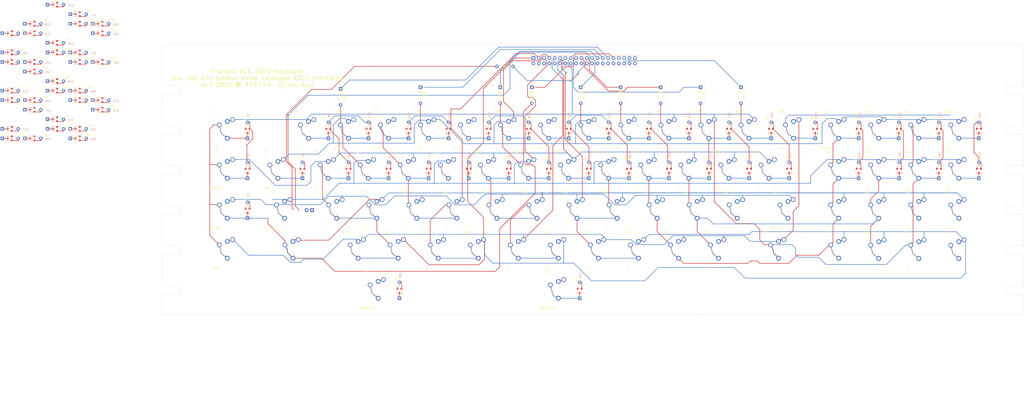
<source format=kicad_pcb>
(kicad_pcb (version 20221018) (generator pcbnew)
  (title_block (date "2023-04-08") (rev "1"))
  (layers (0 "F.Cu" signal) (31 "B.Cu" signal) (34 "B.Paste" user) (35 "F.Paste" user) (36 "B.SilkS" user "B.Silkscreen") (37 "F.SilkS" user "F.Silkscreen") (38 "B.Mask" user) (39 "F.Mask" user) (44 "Edge.Cuts" user))
  (net 0 "")
  (net 1 "Net-(D1-K)")
  (net 2 "Net-(D2-K)")
  (net 3 "Net-(D3-K)")
  (net 4 "Net-(D4-K)")
  (net 5 "Net-(D5-K)")
  (net 6 "Net-(D6-K)")
  (net 7 "Net-(D7-K)")
  (net 8 "Net-(D8-K)")
  (net 9 "Net-(D9-K)")
  (net 10 "Row9")
  (net 11 "Col7")
  (net 12 "Net-(D10-K)")
  (net 13 "Col6")
  (net 14 "Net-(D11-K)")
  (net 15 "Col5")
  (net 17 "Col4")
  (net 19 "Col3")
  (net 21 "Col2")
  (net 23 "Col1")
  (net 25 "Col0")
  (net 31 "Net-(J1-Pin_22)")
  (net 43 "Net-(D12-K)")
  (net 44 "Net-(D13-K)")
  (net 45 "Net-(D14-K)")
  (net 46 "Net-(D15-K)")
  (net 47 "Net-(D16-K)")
  (net 48 "Net-(D17-K)")
  (net 49 "Net-(D18-K)")
  (net 50 "Net-(D19-K)")
  (net 51 "Net-(D20-K)")
  (net 52 "Net-(D21-K)")
  (net 53 "Net-(D22-K)")
  (net 54 "Net-(D23-K)")
  (net 55 "Net-(D24-K)")
  (net 56 "Net-(D25-K)")
  (net 57 "Net-(D26-K)")
  (net 58 "Net-(D27-K)")
  (net 59 "Net-(D28-K)")
  (net 60 "Net-(D29-K)")
  (net 61 "Net-(D30-K)")
  (net 62 "Net-(D31-K)")
  (net 63 "Net-(D32-K)")
  (net 64 "Net-(D33-K)")
  (net 65 "Net-(D34-K)")
  (net 66 "Net-(D35-K)")
  (net 67 "Net-(D36-K)")
  (net 68 "Net-(D37-K)")
  (net 69 "Net-(D38-K)")
  (net 70 "Net-(D39-K)")
  (net 71 "Net-(D40-K)")
  (net 72 "Net-(D41-K)")
  (net 73 "Net-(D42-K)")
  (net 74 "Net-(D43-K)")
  (net 75 "Net-(D44-K)")
  (net 76 "Net-(D45-K)")
  (net 77 "Net-(D46-K)")
  (net 78 "Net-(D47-K)")
  (net 79 "Net-(D48-K)")
  (net 80 "Net-(D49-K)")
  (net 81 "Net-(D50-K)")
  (net 82 "Net-(D51-K)")
  (net 83 "Net-(D52-K)")
  (net 84 "Net-(D53-K)")
  (net 85 "Net-(D54-K)")
  (net 86 "Net-(D55-K)")
  (net 87 "Net-(D56-K)")
  (net 88 "Net-(D57-K)")
  (net 89 "Net-(D58-K)")
  (net 90 "Net-(D59-K)")
  (net 91 "Net-(D60-K)")
  (net 92 "Net-(D61-K)")
  (net 93 "Net-(D62-K)")
  (net 94 "Net-(D63-K)")
  (net 95 "Net-(D64-K)")
  (net 96 "Net-(D65-K)")
  (net 97 "Net-(D66-K)")
  (net 98 "Net-(D67-K)")
  (net 99 "Net-(D68-K)")
  (net 100 "Net-(D69-K)")
  (net 101 "Net-(D70-K)")
  (net 102 "Net-(D71-K)")
  (net 103 "Net-(D72-K)")
  (net 104 "Net-(D73-A)")
  (net 105 "Net-(D73-K)")
  (net 106 "Net-(D74-K)")
  (net 107 "Net-(D75-K)")
  (net 108 "Net-(D76-K)")
  (net 109 "Net-(D77-K)")
  (net 110 "Net-(D78-K)")
  (net 111 "Net-(D79-K)")
  (net 112 "Net-(D80-K)")
  (net 113 "Net-(D81-K)")
  (net 114 "Net-(D82-K)")
  (net 115 "Row0")
  (net 116 "Row1")
  (net 117 "Row2")
  (net 118 "Row3")
  (net 119 "Row4")
  (net 120 "Row5")
  (net 121 "Row6")
  (net 122 "Row7")
  (net 123 "Net-(D83-K)")
  (net 124 "Row10")
  (footprint "unikbd:diode-combined" (layer "F.Cu") (at 364.17826 164.4904 90)
    (fp_text reference "D57")
    (fp_text value "diode-combined" hide)
  )
  (footprint "unikbd:diode-combined" (layer "F.Cu") (at 32.8 118.0156)
    (fp_text reference "D19")
    (fp_text value "diode-combined" hide)
  )
  (footprint "unikbd:diode-combined" (layer "F.Cu") (at 43.57 163.5156)
    (fp_text reference "D44")
    (fp_text value "diode-combined" hide)
  )
  (footprint "unikbd:diode-combined" (layer "F.Cu") (at 32.8 149.8656)
    (fp_text reference "D26")
    (fp_text value "diode-combined" hide)
  )
  (footprint "unikbd:diode-combined" (layer "F.Cu") (at 173.609 164.4904 90)
    (fp_text reference "D8")
    (fp_text value "diode-combined" hide)
  )
  (footprint "unikbd:diode-combined" (layer "F.Cu") (at 259.387108 183.515 90)
    (fp_text reference "D25")
    (fp_text value "diode-combined" hide)
  )
  (footprint "unikbd:Key_MX" (layer "F.Cu") (at 282.998036 221.250352)
    (fp_text reference "K31")
    (fp_text value "N")
  )
  (footprint "unikbd:diode-combined" (layer "F.Cu") (at 183.1594 183.515 90)
    (fp_text reference "D9")
    (fp_text value "diode-combined" hide)
  )
  (footprint "unikbd:Key_MX_2u" (layer "F.Cu") (at 156.760036 221.250352)
    (fp_text reference "K7")
    (fp_text value "SHIFT" hide)
  )
  (footprint "unikbd:diode-combined" (layer "F.Cu") (at 293.116 240.665 90)
    (fp_text reference "D32")
    (fp_text value "diode-combined" hide)
  )
  (footprint "unikbd:Key_MX" (layer "F.Cu") (at 177.588036 202.200352)
    (fp_text reference "K10")
    (fp_text value "A")
  )
  (footprint "unikbd:Key_MX" (layer "F.Cu") (at 359.198036 221.250352)
    (fp_text reference "K52")
    (fp_text value "/ ?")
  )
  (footprint "unikbd:diode-combined" (layer "F.Cu") (at 135.1534 164.4904 90)
    (fp_text reference "D1")
    (fp_text value "diode-combined" hide)
  )
  (footprint "unikbd:diode-combined" (layer "F.Cu") (at 43.57 122.5656)
    (fp_text reference "D35")
    (fp_text value "diode-combined" hide)
  )
  (footprint "unikbd:diode-combined" (layer "F.Cu") (at 384.2004 164.4904 90)
    (fp_text reference "D65")
    (fp_text value "diode-combined" hide)
  )
  (footprint "unikbd:diode-combined" (layer "F.Cu") (at 22.03 168.0656)
    (fp_text reference "D15")
    (fp_text value "diode-combined" hide)
  )
  (footprint "unikbd:diode-combined" (layer "F.Cu") (at 425.9072 164.4904 90)
    (fp_text reference "D45")
    (fp_text value "diode-combined" hide)
  )
  (footprint "unikbd:Key_MX" (layer "F.Cu") (at 306.924836 183.150352)
    (fp_text reference "K38")
    (fp_text value "I")
  )
  (footprint "unikbd:Key_MX" (layer "F.Cu") (at 215.688036 202.200352)
    (fp_text reference "K18")
    (fp_text value "D")
  )
  (footprint "unikbd:Key_MX" (layer "F.Cu") (at 364.151036 183.150352)
    (fp_text reference "K58")
    (fp_text value "[ {")
  )
  (footprint "unikbd:Key_MX" (layer "F.Cu") (at 435.398036 164.100352)
    (fp_text reference "K53")
    (fp_text value "7")
  )
  (footprint "unikbd:Key_MX" (layer "F.Cu") (at 340.148036 221.250352)
    (fp_text reference "K44")
    (fp_text value ". >")
  )
  (footprint "unikbd:diode-combined" (layer "F.Cu") (at 425.831 183.515 90)
    (fp_text reference "D46")
    (fp_text value "diode-combined" hide)
  )
  (footprint "unikbd:Key_MX" (layer "F.Cu") (at 173.524036 183.150352)
    (fp_text reference "K9")
    (fp_text value "Q")
  )
  (footprint "unikbd:diode-combined" (layer "F.Cu") (at 65.11 113.4656)
    (fp_text reference "D63")
    (fp_text value "diode-combined" hide)
  )
  (footprint "Diode_THT:D_DO-35_SOD27_P7.62mm_Horizontal" (layer "F.Cu") (at 293.636036 143.739352 -90)
    (fp_text reference "D78")
    (fp_text value "1N4148")
  )
  (footprint "unikbd:diode-combined" (layer "F.Cu") (at 65.11 149.8656)
    (fp_text reference "D71")
    (fp_text value "diode-combined" hide)
  )
  (footprint "unikbd:Key_MX" (layer "F.Cu") (at 326.051036 183.150352)
    (fp_text reference "K42")
    (fp_text value "O")
  )
  (footprint "unikbd:Key_MX_Spacebar_5.25" (layer "F.Cu") (at 282.998036 240.300352)
    (fp_text reference "K32")
    (fp_text value "SPACE_8U")
  )
  (footprint "unikbd:diode-combined" (layer "F.Cu") (at 22.03 127.1156)
    (fp_text reference "D6")
    (fp_text value "diode-combined" hide)
  )
  (footprint "unikbd:diode-combined" (layer "F.Cu") (at 278.444035 183.515 90)
    (fp_text reference "D29")
    (fp_text value "diode-combined" hide)
  )
  (footprint "Diode_THT:D_DO-35_SOD27_P7.62mm_Horizontal" (layer "F.Cu") (at 270.386036 143.739352 -90)
    (fp_text reference "D82")
    (fp_text value "1N4148")
  )
  (footprint "unikbd:diode-combined" (layer "F.Cu") (at 240.330181 183.515 90)
    (fp_text reference "D21")
    (fp_text value "diode-combined" hide)
  )
  (footprint "unikbd:Key_MX" (layer "F.Cu") (at 234.738036 202.200352)
    (fp_text reference "K22")
    (fp_text value "F")
  )
  (footprint "unikbd:Key_MX" (layer "F.Cu") (at 435.398036 202.200352)
    (fp_text reference "K55")
    (fp_text value "1")
  )
  (footprint "Diode_THT:D_DO-35_SOD27_P7.62mm_Horizontal" (layer "F.Cu") (at 350.636036 143.739352 -90)
    (fp_text reference "D75")
    (fp_text value "1N4148")
  )
  (footprint "Resistor_THT:R_Axial_DIN0207_L6.3mm_D2.5mm_P7.62mm_Horizontal" (layer "F.Cu") (at 253.826036 133.799352)
    (fp_text reference "R1")
    (fp_text value "R = (Vcc – Vd) / Id")
  )
  (footprint "unikbd:Key_MX" (layer "F.Cu") (at 454.448036 221.377352)
    (fp_text reference "K64")
    (fp_text value "0")
  )
  (footprint "unikbd:diode-combined" (layer "F.Cu") (at 230.779778 164.4904 90)
    (fp_text reference "D20")
    (fp_text value "diode-combined" hide)
  )
  (footprint "unikbd:Key_MX" (layer "F.Cu") (at 253.788036 202.200352)
    (fp_text reference "K26")
    (fp_text value "G")
  )
  (footprint "unikbd:Key_MX" (layer "F.Cu") (at 202.194389 164.100352)
    (fp_text reference "K16")
    (fp_text value "3 #")
  )
  (footprint "unikbd:Key_MX" (layer "F.Cu") (at 383.201036 183.150352)
    (fp_text reference "K66")
    (fp_text value "] }")
  )
  (footprint "unikbd:Key_MX" (layer "F.Cu") (at 416.348036 221.250352)
    (fp_text reference "K48")
    (fp_text value "*")
  )
  (footprint "unikbd:diode-combined" (layer "F.Cu") (at 326.064408 164.4904 90)
    (fp_text reference "D41")
    (fp_text value "diode-combined" hide)
  )
  (footprint "unikbd:diode-combined" (layer "F.Cu") (at 43.57 158.9656)
    (fp_text reference "D43")
    (fp_text value "diode-combined" hide)
  )
  (footprint "unikbd:Key_MX" (layer "F.Cu") (at 435.398036 221.377352)
    (fp_text reference "K56")
    (fp_text value ">")
  )
  (footprint "unikbd:diode-combined" (layer "F.Cu") (at 161.2646 183.515 90)
    (fp_text reference "D5")
    (fp_text value "diode-combined" hide)
  )
  (footprint "unikbd:diode-combined" (layer "F.Cu") (at 54.34 127.1156)
    (fp_text reference "D51")
    (fp_text value "diode-combined" hide)
  )
  (footprint "unikbd:Key_MX" (layer "F.Cu") (at 197.273036 240.300352)
    (fp_text reference "K73")
    (fp_text value "SPACE_1U")
  )
  (footprint "unikbd:diode-combined" (layer "F.Cu") (at 22.03 131.6656)
    (fp_text reference "D7")
    (fp_text value "diode-combined" hide)
  )
  (footprint "Diode_THT:D_DO-35_SOD27_P7.62mm_Horizontal" (layer "F.Cu") (at 179.386036 144.489352 -90)
    (fp_text reference "D81")
    (fp_text value "1N4148")
  )
  (footprint "unikbd:Key_MX" (layer "F.Cu") (at 206.798036 221.250352)
    (fp_text reference "K15")
    (fp_text value "X")
  )
  (footprint "unikbd:Key_MX" (layer "F.Cu") (at 278.422093 164.100352)
    (fp_text reference "K33")
    (fp_text value "7 &")
  )
  (footprint "unikbd:diode-combined" (layer "F.Cu") (at 135.1534 202.5142 90)
    (fp_text reference "D3")
    (fp_text value "diode-combined" hide)
  )
  (footprint "unikbd:diode-combined" (layer "F.Cu") (at 192.665926 164.4904 90)
    (fp_text reference "D12")
    (fp_text value "diode-combined" hide)
  )
  (footprint "unikbd:diode-combined" (layer "F.Cu") (at 43.57 104.3656)
    (fp_text reference "D31")
    (fp_text value "diode-combined" hide)
  )
  (footprint "Diode_THT:D_DO-35_SOD27_P7.62mm_Horizontal" (layer "F.Cu") (at 255.386036 143.739352 -90)
    (fp_text reference "D79")
    (fp_text value "1N4148")
  )
  (footprint "Diode_THT:D_DO-35_SOD27_P7.62mm_Horizontal" (layer "F.Cu") (at 217.386036 143.739352 -90)
    (fp_text reference "D80")
    (fp_text value "1N4148")
  )
  (footprint "unikbd:diode-combined" (layer "F.Cu") (at 444.948733 164.4904 90)
    (fp_text reference "D53")
    (fp_text value "diode-combined" hide)
  )
  (footprint "unikbd:Key_MX" (layer "F.Cu") (at 230.674036 183.150352)
    (fp_text reference "K21")
    (fp_text value "R")
  )
  (footprint "unikbd:Key_MX" (layer "F.Cu") (at 416.348036 202.200352)
    (fp_text reference "K47")
    (fp_text value "+")
  )
  (footprint "unikbd:Key_MX" (layer "F.Cu") (at 259.365167 164.100352)
    (fp_text reference "K28")
    (fp_text value "6 ^")
  )
  (footprint "unikbd:diode-combined" (layer "F.Cu") (at 135.1534 183.515 90)
    (fp_text reference "D2")
    (fp_text value "diode-combined" hide)
  )
  (footprint "unikbd:diode-combined" (layer "F.Cu") (at 207.391 240.6396 90)
    (fp_text reference "D83")
    (fp_text value "diode-combined" hide)
  )
  (footprint "unikbd:diode-combined" (layer "F.Cu") (at 405.2062 164.4904 90)
    (fp_text reference "D68")
    (fp_text value "diode-combined" hide)
  )
  (footprint "unikbd:Key_MX" (layer "F.Cu") (at 373.706723 164.100352)
    (fp_text reference "K65")
    (fp_text value "+ / =")
  )
  (footprint "unikbd:diode-combined" (layer "F.Cu") (at 54.34 168.0656)
    (fp_text reference "D60")
    (fp_text value "diode-combined" hide)
  )
  (footprint "unikbd:Key_MX" (layer "F.Cu") (at 125.518036 164.100352)
    (fp_text reference "K1")
    (fp_text value "ESC")
  )
  (footprint "unikbd:diode-combined" (layer "F.Cu") (at 32.8 136.2156)
    (fp_text reference "D23")
    (fp_text value "diode-combined" hide)
  )
  (footprint "unikbd:diode-combined" (layer "F.Cu") (at 32.8 131.6656)
    (fp_text reference "D22")
    (fp_text value "diode-combined" hide)
  )
  (footprint "unikbd:diode-combined" (layer "F.Cu") (at 22.03 145.3156)
    (fp_text reference "D10")
    (fp_text value "diode-combined" hide)
  )
  (footprint "unikbd:Key_MX" (layer "F.Cu") (at 310.938036 202.200352)
    (fp_text reference "K39")
    (fp_text value "K")
  )
  (footprint "unikbd:Key_MX" (layer "F.Cu") (at 335.592871 164.100352)
    (fp_text reference "K49")
    (fp_text value "0 )")
  )
  (footprint "unikbd:diode-combined" (layer "F.Cu") (at 463.9818 183.515 90)
    (fp_text reference "D62")
    (fp_text value "diode-combined" hide)
  )
  (footprint "unikbd:Key_MX" (layer "F.Cu") (at 394.885036 164.100352)
    (fp_text reference "K68")
    (fp_text value "LEFT")
  )
  (footprint "unikbd:Key_MX" (layer "F.Cu") (at 349.038036 202.200352)
    (fp_text reference "K51")
    (fp_text value "; :")
  )
  (footprint "unikbd:diode-combined" (layer "F.Cu") (at 32.8 168.0656)
    (fp_text reference "D30")
    (fp_text value "diode-combined" hide)
  )
  (footprint "unikbd:Key_MX" (layer "F.Cu") (at 183.137463 164.100352)
    (fp_text reference "K12")
    (fp_text value "2 @")
  )
  (footprint "unikbd:diode-combined" (layer "F.Cu") (at 373.72867 183.515 90)
    (fp_text reference "D58")
    (fp_text value "diode-combined" hide)
  )
  (footprint "unikbd:Key_MX" (layer "F.Cu") (at 152.791286 202.200352)
    (fp_text reference "K6")
    (fp_text value "LOCK")
  )
  (footprint "unikbd:Key_MX" (layer "F.Cu") (at 329.988036 202.200352)
    (fp_text reference "K43")
    (fp_text value "L")
  )
  (footprint "unikbd:diode-combined" (layer "F.Cu") (at 483.0318 164.4904 90)
    (fp_text reference "D69")
    (fp_text value "diode-combined" hide)
  )
  (footprint "unikbd:diode-combined" (layer "F.Cu") (at 483.0318 183.515 90)
    (fp_text reference "D70")
    (fp_text value "diode-combined" hide)
  )
  (footprint "unikbd:Key_MX" (layer "F.Cu") (at 249.724036 183.150352)
    (fp_text reference "K25")
    (fp_text value "T")
  )
  (footprint "unikbd:Key_MX" (layer "F.Cu") (at 473.498036 183.150352)
    (fp_text reference "K70")
    (fp_text value "6")
  )
  (footprint "unikbd:Key_MX" (layer "F.Cu") (at 302.048036 221.250352)
    (fp_text reference "K36")
    (fp_text value "M")
  )
  (footprint "unikbd:diode-combined" (layer "F.Cu") (at 22.03 118.0156)
    (fp_text reference "D4")
    (fp_text value "diode-combined" hide)
  )
  (footprint "unikbd:diode-combined" (layer "F.Cu") (at 54.34 108.9156)
    (fp_text reference "D47")
    (fp_text value "diode-combined" hide)
  )
  (footprint "unikbd:Key_MX" (layer "F.Cu") (at 187.748036 221.250352)
    (fp_text reference "K11")
    (fp_text value "Z")
  )
  (footprint "unikbd:Key_MX" (layer "F.Cu") (at 454.448036 183.150352)
    (fp_text reference "K62")
    (fp_text value "5")
  )
  (footprint "unikbd:Key_MX" (layer "F.Cu") (at 268.824836 183.150352)
    (fp_text reference "K29")
    (fp_text value "Y")
  )
  (footprint "unikbd:diode-combined" (layer "F.Cu") (at 345.121334 164.4904 90)
    (fp_text reference "D49")
    (fp_text value "diode-combined" hide)
  )
  (footprint "unikbd:diode-combined" (layer "F.Cu") (at 54.34 113.4656)
    (fp_text reference "D48")
    (fp_text value "diode-combined" hide)
  )
  (footprint "unikbd:diode-combined" (layer "F.Cu") (at 335.614816 183.515 90)
    (fp_text reference "D42")
    (fp_text value "diode-combined" hide)
  )
  (footprint "unikbd:diode-combined" (layer "F.Cu") (at 287.950556 164.4904 90)
    (fp_text reference "D33")
    (fp_text value "diode-combined" hide)
  )
  (footprint "unikbd:Key_MX" (layer "F.Cu") (at 125.518036 202.200352)
    (fp_text reference "K3")
    (fp_text value "PAUSE")
  )
  (footprint "unikbd:diode-combined" (layer "F.Cu") (at 43.57 127.1156)
    (fp_text reference "D36")
    (fp_text value "diode-combined" hide)
  )
  (footprint "unikbd:diode-combined" (layer "F.Cu") (at 65.11 131.6656)
    (fp_text reference "D67")
    (fp_text value "diode-combined" hide)
  )
  (footprint "unikbd:Key_MX" (layer "F.Cu") (at 240.308241 164.100352)
    (fp_text reference "K24")
    (fp_text value "5 &")
  )
  (footprint "unikbd:Key_MX" (layer "F.Cu") (at 164.126036 164.100352)
    (fp_text reference "K8")
    (fp_text value "1 !")
  )
  (footprint "unikbd:Key_MX" (layer "F.Cu") (at 345.101036 183.150352)
    (fp_text reference "K50")
    (fp_text value "P")
  )
  (footprint "unikbd:Key_MX" (layer "F.Cu") (at 473.498036 202.200352)
    (fp_text reference "K71")
    (fp_text value "3")
  )
  (footprint "unikbd:Key_MX" (layer "F.Cu") (at 416.348036 164.100352)
    (fp_text reference "K45")
    (fp_text value "RIGHT")
  )
  (footprint "unikbd:diode-combined" (layer "F.Cu") (at 463.990266 164.4904 90)
    (fp_text reference "D61")
    (fp_text value "diode-combined" hide)
  )
  (footprint "unikbd:diode-combined" (layer "F.Cu") (at 65.11 154.4156)
    (fp_text reference "D72")
    (fp_text value "diode-combined" hide)
  )
  (footprint "unikbd:Key_MX" (layer "F.Cu") (at 354.649797 164.100352)
    (fp_text reference "K57")
    (fp_text value "- / _")
  )
  (footprint "unikbd:Key_MX" (layer "F.Cu") (at 225.848036 221.250352)
    (fp_text reference "K19")
    (fp_text value "C")
  )
  (footprint "Diode_THT:D_DO-35_SOD27_P7.62mm_Horizontal" (layer "F.Cu") (at 331.636036 143.739352 -90)
    (fp_text reference "D76")
    (fp_text value "1N4148")
  )
  (footprint "unikbd:diode-combined" (layer "F.Cu") (at 32.8 113.4656)
    (fp_text reference "D18")
    (fp_text value "diode-combined" hide)
  )
  (footprint "Diode_THT:D_DO-35_SOD27_P7.62mm_Horizontal" (layer "F.Cu") (at 369.886036 143.739352 -90)
    (fp_text reference "D74")
    (fp_text value "1N4148")
  )
  (footprint "unikbd:Key_MX" (layer "F.Cu") (at 244.898036 221.250352)
    (fp_text reference "K23")
    (fp_text value "V")
  )
  (footprint "unikbd:Key_MX" (layer "F.Cu") (at 125.518036 183.150352)
    (fp_text reference "K2")
    (fp_text value "BREAK")
  )
  (footprint "unikbd:diode-combined" (layer "F.Cu") (at 354.671743 183.515 90)
    (fp_text reference "D50")
    (fp_text value "diode-combined" hide)
  )
  (footprint "unikbd:diode-combined" (layer "F.Cu") (at 392.7856 183.515 90)
    (fp_text reference "D66")
    (fp_text value "diode-combined" hide)
  )
  (footprint "unikbd:diode-combined" (layer "F.Cu") (at 211.722852 164.4904 90)
    (fp_text reference "D16")
    (fp_text value "diode-combined" hide)
  )
  (footprint "unikbd:Key_MX" (layer "F.Cu") (at 473.498036 164.100352)
    (fp_text reference "K69")
    (fp_text value "9")
  )
  (footprint "unikbd:diode-combined" (layer "F.Cu") (at 307.007482 164.4904 90)
    (fp_text reference "D37")
    (fp_text value "diode-combined" hide)
  )
  (footprint "unikbd:diode-combined" (layer "F.Cu") (at 22.03 149.8656)
    (fp_text reference "D11")
    (fp_text value "diode-combined" hide)
  )
  (footprint "unikbd:diode-combined" (layer "F.Cu") (at 43.57 145.3156)
    (fp_text reference "D40")
    (fp_text value "diode-combined" hide)
  )
  (footprint "unikbd:Key_MX" (layer "F.Cu") (at 454.448036 164.100352)
    (fp_text reference "K61")
    (fp_text value "8")
  )
  (footprint "unikbd:diode-combined" (layer "F.Cu") (at 54.34 131.6656)
    (fp_text reference "D52")
    (fp_text value "diode-combined" hide)
  )
  (footprint "unikbd:diode-combined" (layer "F.Cu") (at 445.1096 183.515 90)
    (fp_text reference "D54")
    (fp_text value "diode-combined" hide)
  )
  (footprint "unikbd:Key_MX_2u" (layer "F.Cu") (at 387.773036 221.250352)
    (fp_text reference "K60")
    (fp_text value "SHIFT" hide)
  )
  (footprint "unikbd:diode-combined" (layer "F.Cu") (at 65.11 118.0156)
    (fp_text reference "D64")
    (fp_text value "diode-combined" hide)
  )
  (footprint "unikbd:diode-combined" (layer "F.Cu") (at 22.03 163.5156)
    (fp_text reference "D14")
    (fp_text value "diode-combined" hide)
  )
  (footprint "unikbd:diode-combined" (layer "F.Cu") (at 202.216327 183.515 90)
    (fp_text reference "D13")
    (fp_text value "diode-combined" hide)
  )
  (footprint "unikbd:Key_MX" (layer "F.Cu") (at 435.398036 183.150352)
    (fp_text reference "K54")
    (fp_text value "4")
  )
  (footprint "unikbd:Key_MX" (layer "F.Cu") (at 211.624036 183.150352)
    (fp_text reference "K17")
    (fp_text value "E")
  )
  (footprint "unikbd:Key_MX" (layer "F.Cu") (at 316.535945 164.100352)
    (fp_text reference "K41")
    (fp_text value "9 (")
  )
  (footprint "unikbd:Key_MX" (layer "F.Cu") (at 192.574036 183.150352)
    (fp_text reference "K13")
    (fp_text value "W")
  )
  (footprint "unikbd:diode-combined" (layer "F.Cu") (at 54.34 163.5156)
    (fp_text reference "D59")
    (fp_text value "diode-combined" hide)
  )
  (footprint "unikbd:Key_MX" (layer "F.Cu") (at 287.874836 183.150352)
    (fp_text reference "K34")
    (fp_text value "U")
  )
  (footprint "unikbd:Key_MX" (layer "F.Cu") (at 291.888036 202.200352)
    (fp_text reference "K35")
    (fp_text value "J")
  )
  (footprint "unikbd:diode-combined" (layer "F.Cu") (at 249.836704 164.4904 90)
    (fp_text reference "D24")
    (fp_text value "diode-combined" hide)
  )
  (footprint "unikbd:Key_MX" (layer "F.Cu") (at 368.088036 202.200352)
    (fp_text reference "K59")
    (fp_text value "; \"")
  )
  (footprint "unikbd:diode-combined" (layer "F.Cu") (at 43.57 140.7656)
    (fp_text reference "D39")
    (fp_text value "diode-combined" hide)
  )
  (footprint "unikbd:Key_MX" (layer "F.Cu") (at 321.098036 221.250352)
    (fp_text reference "K40")
    (fp_text value ", <")
  )
  (footprint "unikbd:Key_MX" (layer "F.Cu") (at 272.838036 202.200352)
    (fp_text reference "K30")
    (fp_text value "H")
  )
  (footprint "LED_THT:LED_D3.0mm" (layer "F.Cu") (at 165.845536 202.2856 180)
    (fp_text reference "D73")
    (fp_text value "LED")
  )
  (footprint "unikbd:diode-combined" (layer "F.Cu") (at 54.34 149.8656)
    (fp_text reference "D56")
    (fp_text value "diode-combined" hide)
  )
  (footprint "unikbd:diode-combined" (layer "F.Cu") (at 54.34 145.3156)
    (fp_text reference "D55")
    (fp_text value "diode-combined" hide)
  )
  (footprint "unikbd:Key_MX" (layer "F.Cu") (at 392.218036 202.200352)
    (fp_text reference "K67")
    (fp_text value "RETURN")
  )
  (footprint "unikbd:diode-combined" (layer "F.Cu") (at 316.557889 183.515 90)
    (fp_text reference "D38")
    (fp_text value "diode-combined" hide)
  )
  (footprint "unikbd:diode-combined" (layer "F.Cu") (at 268.89363 164.4904 90)
    (fp_text reference "D28")
    (fp_text value "diode-combined" hide)
  )
  (footprint "Diode_THT:D_DO-35_SOD27_P7.62mm_Horizontal" (layer "F.Cu") (at 312.636036 143.739352 -90)
    (fp_text reference "D77")
    (fp_text value "1N4148")
  )
  (footprint "unikbd:Key_MX" (layer "F.Cu") (at 263.948036 221.250352)
    (fp_text reference "K27")
    (fp_text value "B")
  )
  (footprint "unikbd:diode-combined" (layer "F.Cu") (at 221.273254 183.515 90)
    (fp_text reference "D17")
    (fp_text value "diode-combined" hide)
  )
  (footprint "unikbd:Key_MX" (layer "F.Cu") (at 473.498036 221.377352)
    (fp_text reference "K72")
    (fp_text value ".")
  )
  (footprint "unikbd:Key_MX" (layer "F.Cu") (at 416.348036 183.150352)
    (fp_text reference "K46")
    (fp_text value "-")
  )
  (footprint "unikbd:Key_MX" (layer "F.Cu") (at 196.638036 202.200352)
    (fp_text reference "K14")
    (fp_text value "S")
  )
  (footprint "unikbd:diode-combined" (layer "F.Cu") (at 297.500962 183.515 90)
    (fp_text reference "D34")
    (fp_text value "diode-combined" hide)
  )
  (footprint "unikbd:Key_MX" (layer "F.Cu") (at 125.518036 221.250352)
    (fp_text reference "K4")
    (fp_text value "CTRL")
  )
  (footprint "unikbd:Key_MX" (layer "F.Cu") (at 221.251315 164.100352)
    (fp_text reference "K20")
    (fp_text value "4 $")
  )
  (footprint "unikbd:Key_MX" (layer "F.Cu") (at 297.479019 164.100352)
    (fp_text reference "K37")
    (fp_text value "8 *")
  )
  (footprint "unikbd:Key_MX" (layer "F.Cu") (at 454.448036 202.200352)
    (fp_text reference "K63")
    (fp_text value "2")
  )
  (footprint "unikbd:Key_MX" (layer "F.Cu") (at 149.616286 183.150352)
    (fp_text reference "K5")
    (fp_text value "TAB")
  )
  (footprint "unikbd:diode-combined" (layer "F.Cu") (at 32.8 154.4156)
    (fp_text reference "D27")
    (fp_text value "diode-combined" hide)
  )
  (footprint "Connector_PinHeader_2.54mm:PinHeader_2x20_P2.54mm_Vertical" (layer "B.Cu") (at 271.146036 129.799352 -90)
    (fp_text reference "J1")
    (fp_text value "Conn_02x20_Odd_Even")
  )
  (gr_line (start 504.4 166.100352) (end 497.4 166.100352) (stroke (width 0.1)) (layer "Edge.Cuts"))
  (gr_line (start 504.4 204.200352) (end 504.4 219.377352) (stroke (width 0.1)) (layer "Edge.Cuts"))
  (gr_arc (start 101.5 181.150352) (mid 103.5 183.150352) (end 101.5 185.150352) (stroke (width 0.1)) (layer "Edge.Cuts"))
  (gr_line (start 101.5 204.2) (end 94.5 204.2) (stroke (width 0.1)) (layer "Edge.Cuts"))
  (gr_line (start 101.5 238.3) (end 94.4 238.3) (stroke (width 0.1)) (layer "Edge.Cuts"))
  (gr_line (start 94.5 181.150352) (end 101.5 181.150352) (stroke (width 0.1)) (layer "Edge.Cuts"))
  (gr_line (start 497.4 181.150352) (end 504.4 181.150352) (stroke (width 0.1)) (layer "Edge.Cuts"))
  (gr_line (start 504.4 238.577) (end 504.4 223.377352) (stroke (width 0.1)) (layer "Edge.Cuts"))
  (gr_arc (start 497.4 147.1) (mid 495.4 145.1) (end 497.4 143.1) (stroke (width 0.1)) (layer "Edge.Cuts"))
  (gr_line (start 101.5 166.100352) (end 94.5 166.100352) (stroke (width 0.1)) (layer "Edge.Cuts"))
  (gr_arc (start 101.5 162.100352) (mid 103.5 164.100352) (end 101.5 166.100352) (stroke (width 0.1)) (layer "Edge.Cuts"))
  (gr_line (start 94.5 200.2) (end 94.5 185.150352) (stroke (width 0.1)) (layer "Edge.Cuts"))
  (gr_line (start 497.4 162.100352) (end 504.4 162.100352) (stroke (width 0.1)) (layer "Edge.Cuts"))
  (gr_line (start 101.5 147.1) (end 94.5 147.1) (stroke (width 0.1)) (layer "Edge.Cuts"))
  (gr_line (start 504.4 123.4) (end 504.4 143.1) (stroke (width 0.1)) (layer "Edge.Cuts"))
  (gr_line (start 504.4 147.1) (end 504.4 162.100352) (stroke (width 0.1)) (layer "Edge.Cuts"))
  (gr_line (start 94.5 251.9) (end 504.4 251.9) (stroke (width 0.1)) (layer "Edge.Cuts"))
  (gr_line (start 497.4 219.377352) (end 504.4 219.377352) (stroke (width 0.1)) (layer "Edge.Cuts"))
  (gr_arc (start 497.4 204.200352) (mid 495.4 202.200352) (end 497.4 200.200352) (stroke (width 0.1)) (layer "Edge.Cuts"))
  (gr_line (start 94.5 143.1) (end 94.5 123.4) (stroke (width 0.1)) (layer "Edge.Cuts"))
  (gr_line (start 497.4 200.200352) (end 504.4 200.200352) (stroke (width 0.1)) (layer "Edge.Cuts"))
  (gr_arc (start 497.4 223.377352) (mid 495.4 221.377352) (end 497.4 219.377352) (stroke (width 0.1)) (layer "Edge.Cuts"))
  (gr_line (start 94.5 162.100352) (end 101.5 162.100352) (stroke (width 0.1)) (layer "Edge.Cuts"))
  (gr_line (start 504.4 123.4) (end 94.5 123.4) (stroke (width 0.1)) (layer "Edge.Cuts"))
  (gr_line (start 94.5 200.2) (end 101.5 200.2) (stroke (width 0.1)) (layer "Edge.Cuts"))
  (gr_arc (start 101.5 219.250352) (mid 103.5 221.250352) (end 101.5 223.250352) (stroke (width 0.1)) (layer "Edge.Cuts"))
  (gr_arc (start 101.5 143.1) (mid 103.5 145.1) (end 101.5 147.1) (stroke (width 0.1)) (layer "Edge.Cuts"))
  (gr_arc (start 497.4 242.577) (mid 495.4 240.577) (end 497.4 238.577) (stroke (width 0.1)) (layer "Edge.Cuts"))
  (gr_line (start 504.4 166.100352) (end 504.4 181.150352) (stroke (width 0.1)) (layer "Edge.Cuts"))
  (gr_line (start 94.4 238.3) (end 94.4 223.250352) (stroke (width 0.1)) (layer "Edge.Cuts"))
  (gr_line (start 94.5 219.250352) (end 101.5 219.250352) (stroke (width 0.1)) (layer "Edge.Cuts"))
  (gr_line (start 497.4 143.1) (end 504.4 143.1) (stroke (width 0.1)) (layer "Edge.Cuts"))
  (gr_line (start 94.5 143.1) (end 101.5 143.1) (stroke (width 0.1)) (layer "Edge.Cuts"))
  (gr_line (start 497.4 238.577) (end 504.4 238.577) (stroke (width 0.1)) (layer "Edge.Cuts"))
  (gr_line (start 94.5 242.3) (end 101.5 242.3) (stroke (width 0.1)) (layer "Edge.Cuts"))
  (gr_line (start 504.4 242.577) (end 504.4 251.9) (stroke (width 0.1)) (layer "Edge.Cuts"))
  (gr_line (start 94.5 162.100352) (end 94.5 147.1) (stroke (width 0.1)) (layer "Edge.Cuts"))
  (gr_line (start 101.5 185.150352) (end 94.5 185.150352) (stroke (width 0.1)) (layer "Edge.Cuts"))
  (gr_arc (start 497.4 166.100352) (mid 495.4 164.100352) (end 497.4 162.100352) (stroke (width 0.1)) (layer "Edge.Cuts"))
  (gr_arc (start 101.5 238.3) (mid 103.5 240.3) (end 101.5 242.3) (stroke (width 0.1)) (layer "Edge.Cuts"))
  (gr_line (start 94.5 181.150352) (end 94.5 166.100352) (stroke (width 0.1)) (layer "Edge.Cuts"))
  (gr_line (start 101.5 223.250352) (end 94.4 223.250352) (stroke (width 0.1)) (layer "Edge.Cuts"))
  (gr_arc (start 101.5 200.2) (mid 103.5 202.2) (end 101.5 204.2) (stroke (width 0.1)) (layer "Edge.Cuts"))
  (gr_arc (start 497.4 185.150352) (mid 495.4 183.150352) (end 497.4 181.150352) (stroke (width 0.1)) (layer "Edge.Cuts"))
  (gr_line (start 504.4 204.200352) (end 497.4 204.200352) (stroke (width 0.1)) (layer "Edge.Cuts"))
  (gr_line (start 94.5 219.250352) (end 94.5 204.2) (stroke (width 0.1)) (layer "Edge.Cuts"))
  (gr_line (start 504.4 223.377352) (end 497.4 223.377352) (stroke (width 0.1)) (layer "Edge.Cuts"))
  (gr_line (start 504.4 185.150352) (end 504.4 200.200352) (stroke (width 0.1)) (layer "Edge.Cuts"))
  (gr_line (start 94.5 242.3) (end 94.5 251.9) (stroke (width 0.1)) (layer "Edge.Cuts"))
  (gr_line (start 504.4 242.577) (end 497.4 242.577) (stroke (width 0.1)) (layer "Edge.Cuts"))
  (gr_line (start 504.4 185.150352) (end 497.4 185.150352) (stroke (width 0.1)) (layer "Edge.Cuts"))
  (gr_line (start 504.4 147.1) (end 497.4 147.1) (stroke (width 0.1)) (layer "Edge.Cuts"))
  (gr_text "Franklin ACE 1000 Keyboard\n(for use with Unified Retro Keyboard ASCII Interface)\nv0.9 2023 竜 クリストファー (Chris Ryu)" (at 139.7 139.4) (layer "F.SilkS") (effects (font (size 2 2) (thickness 0.3))))
  (segment (start 180.466035 162.660351) (end 180.466035 172.312351) (width 0.254) (layer "F.Cu") (net 0))
  (segment (start 169.714036 180.610352) (end 170.814035 181.710351) (width 0.254) (layer "F.Cu") (net 0))
  (segment (start 196.638036 206.099252) (end 196.638036 212.461952) (width 0.25) (layer "F.Cu") (net 0))
  (segment (start 117.1702 163.6014) (end 117.1702 214.274116) (width 0.25) (layer "F.Cu") (net 0))
  (segment (start 117.1702 163.6014) (end 117.1702 180.5432) (width 0.25) (layer "F.Cu") (net 0))
  (segment (start 117.1702 180.5432) (end 117.1702 199.5932) (width 0.25) (layer "F.Cu") (net 0))
  (segment (start 117.1702 180.5432) (end 121.539284 180.5432) (width 0.25) (layer "F.Cu") (net 0))
  (segment (start 179.366036 161.560352) (end 180.466035 162.660351) (width 0.254) (layer "F.Cu") (net 0))
  (segment (start 179.386036 152.109352) (end 179.386036 161.540352) (width 0.254) (layer "F.Cu") (net 0))
  (segment (start 170.814035 196.696351) (end 173.778036 199.660352) (width 0.254) (layer "F.Cu") (net 0))
  (segment (start 170.814035 181.710351) (end 170.814035 196.696351) (width 0.254) (layer "F.Cu") (net 0))
  (segment (start 180.466035 172.312351) (end 188.764036 180.610352) (width 0.254) (layer "F.Cu") (net 0))
  (segment (start 117.1702 214.274116) (end 121.708036 218.811952) (width 0.25) (layer "F.Cu") (net 0))
  (segment (start 121.708036 161.661952) (end 119.109648 161.661952) (width 0.25) (layer "F.Cu") (net 0))
  (segment (start 117.1702 199.5932) (end 121.539284 199.5932) (width 0.25) (layer "F.Cu") (net 0))
  (segment (start 196.638036 212.461952) (end 202.988036 218.811952) (width 0.25) (layer "F.Cu") (net 0))
  (segment (start 119.109648 161.661952) (end 117.1702 163.6014) (width 0.25) (layer "F.Cu") (net 0))
  (segment (start 187.748036 225.149252) (end 206.798036 225.149252) (width 0.254) (layer "B.Cu") (net 0))
  (segment (start 125.518036 206.099252) (end 144.833434 206.099252) (width 0.25) (layer "B.Cu") (net 0))
  (segment (start 177.588036 206.099252) (end 196.638036 206.099252) (width 0.25) (layer "B.Cu") (net 0))
  (segment (start 135.030052 167.999252) (end 135.1026 168.0718) (width 0.254) (layer "F.Cu") (net 1))
  (segment (start 125.518036 167.999252) (end 135.030052 167.999252) (width 0.254) (layer "F.Cu") (net 1))
  (segment (start 125.539784 187.071) (end 125.518036 187.049252) (width 0.254) (layer "F.Cu") (net 2))
  (segment (start 134.8232 187.071) (end 125.539784 187.071) (width 0.254) (layer "B.Cu") (net 2))
  (segment (start 161.242852 187.049252) (end 161.2646 187.071) (width 0.254) (layer "B.Cu") (net 5))
  (segment (start 149.616286 187.049252) (end 161.242852 187.049252) (width 0.254) (layer "B.Cu") (net 5))
  (segment (start 271.9578 194.2338) (end 255.0414 211.1502) (width 0.254) (layer "F.Cu") (net 7))
  (segment (start 152.950036 216.805636) (end 152.950036 218.710352) (width 0.254) (layer "F.Cu") (net 7))
  (segment (start 266.4714 176.1236) (end 266.4714 179.5018) (width 0.25) (layer "F.Cu") (net 7))
  (segment (start 270.756884 180.6702) (end 270.862042 180.775358) (width 0.25) (layer "F.Cu") (net 7))
  (segment (start 266.4968 161.229411) (end 266.4714 161.254811) (width 0.254) (layer "F.Cu") (net 7))
  (segment (start 156.760036 225.149252) (end 170.386852 225.149252) (width 0.25) (layer "F.Cu") (net 7))
  (segment (start 270.862042 180.775358) (end 271.9578 181.871116) (width 0.254) (layer "F.Cu") (net 7))
  (segment (start 266.4714 179.5018) (end 267.6398 180.6702) (width 0.25) (layer "F.Cu") (net 7))
  (segment (start 267.6398 180.6702) (end 270.756884 180.6702) (width 0.25) (layer "F.Cu") (net 7))
  (segment (start 170.386852 225.149252) (end 176.6062 231.3686) (width 0.25) (layer "F.Cu") (net 7))
  (segment (start 269.589127 152.156261) (end 266.4968 155.248588) (width 0.254) (layer "F.Cu") (net 7))
  (segment (start 271.9578 181.871116) (end 271.9578 194.2338) (width 0.254) (layer "F.Cu") (net 7))
  (segment (start 176.6062 231.3686) (end 253.0602 231.3686) (width 0.25) (layer "F.Cu") (net 7))
  (segment (start 266.4968 155.248588) (end 266.4968 161.229411) (width 0.254) (layer "F.Cu") (net 7))
  (segment (start 144.853786 206.0789) (end 144.853786 208.709386) (width 0.254) (layer "F.Cu") (net 7))
  (segment (start 266.4714 161.254811) (end 266.4714 176.1236) (width 0.254) (layer "F.Cu") (net 7))
  (segment (start 144.853786 208.709386) (end 152.950036 216.805636) (width 0.254) (layer "F.Cu") (net 7))
  (segment (start 255.0414 211.1502) (end 255.0414 229.3874) (width 0.254) (layer "F.Cu") (net 7))
  (segment (start 255.0414 229.3874) (end 253.0602 231.3686) (width 0.254) (layer "F.Cu") (net 7))
  (segment (start 173.536452 167.999252) (end 173.609 168.0718) (width 0.254) (layer "B.Cu") (net 8))
  (segment (start 164.126036 167.999252) (end 173.536452 167.999252) (width 0.254) (layer "B.Cu") (net 8))
  (segment (start 183.137652 187.049252) (end 183.1594 187.071) (width 0.254) (layer "B.Cu") (net 9))
  (segment (start 173.524036 187.049252) (end 183.137652 187.049252) (width 0.254) (layer "B.Cu") (net 9))
  (segment (start 369.886036 151.359352) (end 369.886036 161.413352) (width 0.254) (layer "F.Cu") (net 10))
  (segment (start 483.0318 160.4264) (end 481.8888 160.4264) (width 0.254) (layer "F.Cu") (net 10))
  (segment (start 480.695 174.7774) (end 483.0318 177.1142) (width 0.254) (layer "F.Cu") (net 10))
  (segment (start 392.7856 171.1256) (end 392.7856 179.451) (width 0.254) (layer "F.Cu") (net 10))
  (segment (start 480.695 161.6202) (end 480.695 174.7774) (width 0.254) (layer "F.Cu") (net 10))
  (segment (start 483.0318 177.1142) (end 483.0318 179.451) (width 0.254) (layer "F.Cu") (net 10))
  (segment (start 385.1504 163.4904) (end 392.7856 171.1256) (width 0.254) (layer "F.Cu") (net 10))
  (segment (start 481.8888 160.4264) (end 480.695 161.6202) (width 0.254) (layer "F.Cu") (net 10))
  (segment (start 261.886036 129.799352) (end 271.146036 129.799352) (width 0.254) (layer "F.Cu") (net 11))
  (segment (start 239.886036 177.549352) (end 239.886036 198.128436) (width 0.25) (layer "F.Cu") (net 11))
  (segment (start 247.3706 144.314788) (end 261.886036 129.799352) (width 0.254) (layer "F.Cu") (net 11))
  (segment (start 239.886036 198.128436) (end 247.438036 205.680436) (width 0.25) (layer "F.Cu") (net 11))
  (segment (start 209.338036 216.170352) (end 221.437484 228.2698) (width 0.254) (layer "F.Cu") (net 11))
  (segment (start 221.437484 228.2698) (end 245.2116 228.2698) (width 0.254) (layer "F.Cu") (net 11))
  (segment (start 247.904 225.5774) (end 247.904 216.737916) (width 0.254) (layer "F.Cu") (net 11))
  (segment (start 247.438036 205.680436) (end 247.438036 215.174816) (width 0.254) (layer "F.Cu") (net 11))
  (segment (start 245.2116 228.2698) (end 247.904 225.5774) (width 0.254) (layer "F.Cu") (net 11))
  (segment (start 247.3706 170.064788) (end 247.3706 144.314788) (width 0.254) (layer "F.Cu") (net 11))
  (segment (start 239.886036 177.549352) (end 247.3706 170.064788) (width 0.254) (layer "F.Cu") (net 11))
  (segment (start 293.6494 230.7844) (end 298.765952 235.900952) (width 0.25) (layer "B.Cu") (net 11))
  (segment (start 456.8952 212.467952) (end 472.107036 212.467952) (width 0.25) (layer "B.Cu") (net 11))
  (segment (start 438.0484 212.467952) (end 456.8952 212.467952) (width 0.25) (layer "B.Cu") (net 11))
  (segment (start 247.8786 223.4946) (end 251.8918 227.5078) (width 0.254) (layer "B.Cu") (net 11))
  (segment (start 438.0484 212.467952) (end 437.938036 212.578316) (width 0.25) (layer "B.Cu") (net 11))
  (segment (start 472.107036 212.467952) (end 476.038036 216.398952) (width 0.25) (layer "B.Cu") (net 11))
  (segment (start 437.938036 212.578316) (end 437.938036 216.398952) (width 0.25) (layer "B.Cu") (net 11))
  (segment (start 476.6818 232.3592) (end 476.6818 217.042716) (width 0.25) (layer "B.Cu") (net 11))
  (segment (start 418.7698 212.467952) (end 418.888036 212.586188) (width 0.25) (layer "B.Cu") (net 11))
  (segment (start 323.638036 216.271952) (end 326.118188 213.7918) (width 0.25) (layer "B.Cu") (net 11))
  (segment (start 330.5048 229.5398) (end 366.6744 229.5398) (width 0.25) (layer "B.Cu") (net 11))
  (segment (start 456.988036 216.398952) (end 456.988036 212.560788) (width 0.25) (layer "B.Cu") (net 11))
  (segment (start 456.988036 212.560788) (end 456.8952 212.467952) (width 0.25) (layer "B.Cu") (net 11))
  (segment (start 373.936036 213.7918) (end 373.936036 213.58036) (width 0.25) (layer "B.Cu") (net 11))
  (segment (start 366.6744 229.5398) (end 371.8052 234.6706) (width 0.25) (layer "B.Cu") (net 11))
  (segment (start 418.888036 212.586188) (end 418.888036 216.271952) (width 0.25) (layer "B.Cu") (net 11))
  (segment (start 290.3728 227.5078) (end 293.6494 230.7844) (width 0.254) (layer "B.Cu") (net 11))
  (segment (start 474.3704 234.6706) (end 476.6818 232.3592) (width 0.25) (layer "B.Cu") (net 11))
  (segment (start 371.8052 234.6706) (end 474.3704 234.6706) (width 0.25) (layer "B.Cu") (net 11))
  (segment (start 375.048444 212.467952) (end 418.7698 212.467952) (width 0.25) (layer "B.Cu") (net 11))
  (segment (start 326.118188 213.7918) (end 373.936036 213.7918) (width 0.25) (layer "B.Cu") (net 11))
  (segment (start 285.538036 227.491164) (end 285.538036 216.271952) (width 0.254) (layer "B.Cu") (net 11))
  (segment (start 247.8786 216.610916) (end 247.8786 223.4946) (width 0.254) (layer "B.Cu") (net 11))
  (segment (start 373.936036 213.58036) (end 375.048444 212.467952) (width 0.25) (layer "B.Cu") (net 11))
  (segment (start 418.7698 212.467952) (end 438.0484 212.467952) (width 0.25) (layer "B.Cu") (net 11))
  (segment (start 285.6738 227.5078) (end 290.3728 227.5078) (width 0.254) (layer "B.Cu") (net 11))
  (segment (start 298.765952 235.900952) (end 324.143648 235.900952) (width 0.25) (layer "B.Cu") (net 11))
  (segment (start 251.8918 227.5078) (end 285.6738 227.5078) (width 0.254) (layer "B.Cu") (net 11))
  (segment (start 324.143648 235.900952) (end 330.5048 229.5398) (width 0.25) (layer "B.Cu") (net 11))
  (segment (start 275.2852 193.9411) (end 275.378036 194.033936) (width 0.25) (layer "F.Cu") (net 13))
  (segment (start 275.378036 194.033936) (end 275.378036 197.221952) (width 0.25) (layer "F.Cu") (net 13))
  (segment (start 173.735956 216.5604) (end 193.176004 197.120352) (width 0.254) (layer "F.Cu") (net 13))
  (segment (start 231.886036 154.049352) (end 231.886036 163.306036) (width 0.254) (layer "F.Cu") (net 13))
  (segment (start 271.554378 127.667694) (end 262.767694 127.667694) (width 0.254) (layer "F.Cu") (net 13))
  (segment (start 193.176004 197.120352) (end 199.178036 197.120352) (width 0.254) (layer "F.Cu") (net 13))
  (segment (start 159.690084 216.5604) (end 173.735956 216.5604) (width 0.254) (layer "F.Cu") (net 13))
  (segment (start 237.278036 168.698036) (end 237.278036 197.120352) (width 0.254) (layer "F.Cu") (net 13))
  (segment (start 273.686036 129.799352) (end 271.554378 127.667694) (width 0.254) (layer "F.Cu") (net 13))
  (segment (start 231.886036 163.306036) (end 237.278036 168.698036) (width 0.254) (layer "F.Cu") (net 13))
  (segment (start 236.386036 154.049352) (end 231.886036 154.049352) (width 0.254) (layer "F.Cu") (net 13))
  (segment (start 262.767694 127.667694) (end 236.386036 154.049352) (width 0.254) (layer "F.Cu") (net 13))
  (via (at 275.2852 193.9411) (size 0.8) (drill 0.4) (layers "F.Cu" "B.Cu") (net 13))
  (segment (start 237.236 194.049352) (end 202.350636 194.049352) (width 0.25) (layer "B.Cu") (net 13))
  (segment (start 237.278036 197.221952) (end 237.278036 194.091388) (width 0.25) (layer "B.Cu") (net 13))
  (segment (start 418.9476 194.049352) (end 275.2852 194.049352) (width 0.25) (layer "B.Cu") (net 13))
  (segment (start 313.3852 194.049352) (end 472.865436 194.049352) (width 0.254) (layer "B.Cu") (net 13))
  (segment (start 278.136036 194.049352) (end 313.3852 194.049352) (width 0.254) (layer "B.Cu") (net 13))
  (segment (start 456.988036 197.221952) (end 456.988036 194.192988) (width 0.25) (layer "B.Cu") (net 13))
  (segment (start 476.038036 197.221952) (end 472.865436 194.049352) (width 0.25) (layer "B.Cu") (net 13))
  (segment (start 313.478036 197.221952) (end 313.478036 194.142188) (width 0.25) (layer "B.Cu") (net 13))
  (segment (start 275.2852 194.049352) (end 237.236 194.049352) (width 0.25) (layer "B.Cu") (net 13))
  (segment (start 437.9722 194.049352) (end 418.9476 194.049352) (width 0.25) (layer "B.Cu") (net 13))
  (segment (start 418.888036 194.108916) (end 418.9476 194.049352) (width 0.25) (layer "B.Cu") (net 13))
  (segment (start 437.938036 194.083516) (end 437.9722 194.049352) (width 0.25) (layer "B.Cu") (net 13))
  (segment (start 456.8444 194.049352) (end 437.9722 194.049352) (width 0.25) (layer "B.Cu") (net 13))
  (segment (start 472.865436 194.049352) (end 456.8444 194.049352) (width 0.25) (layer "B.Cu") (net 13))
  (segment (start 237.278036 194.091388) (end 237.236 194.049352) (width 0.25) (layer "B.Cu") (net 13))
  (segment (start 418.888036 197.221952) (end 418.888036 194.108916) (width 0.25) (layer "B.Cu") (net 13))
  (segment (start 202.350636 194.049352) (end 199.178036 197.221952) (width 0.25) (layer "B.Cu") (net 13))
  (segment (start 456.988036 194.192988) (end 456.8444 194.049352) (width 0.25) (layer "B.Cu") (net 13))
  (segment (start 313.478036 194.142188) (end 313.3852 194.049352) (width 0.25) (layer "B.Cu") (net 13))
  (segment (start 437.938036 197.221952) (end 437.938036 194.083516) (width 0.25) (layer "B.Cu") (net 13))
  (segment (start 275.2852 194.049352) (end 275.2852 193.9411) (width 0.25) (layer "B.Cu") (net 13))
  (segment (start 268.386036 142.636764) (end 277.4696 133.5532) (width 0.25) (layer "F.Cu") (net 15))
  (segment (start 271.364836 153.320552) (end 267.1572 157.528188) (width 0.254) (layer "F.Cu") (net 15))
  (segment (start 277.4696 131.042916) (end 276.226036 129.799352) (width 0.25) (layer "F.Cu") (net 15))
  (segment (start 272.136036 150.049352) (end 272.136036 152.549352) (width 0.254) (layer "F.Cu") (net 15))
  (segment (start 270.636036 148.549352) (end 272.136036 150.049352) (width 0.254) (layer "F.Cu") (net 15))
  (segment (start 268.886036 148.549352) (end 270.636036 148.549352) (width 0.254) (layer "F.Cu") (net 15))
  (segment (start 268.386036 148.049352) (end 268.886036 148.549352) (width 0.254) (layer "F.Cu") (net 15))
  (segment (start 272.136036 152.549352) (end 271.364836 153.320552) (width 0.254) (layer "F.Cu") (net 15))
  (segment (start 268.386036 143.926036) (end 268.386036 142.636764) (width 0.25) (layer "F.Cu") (net 15))
  (segment (start 277.4696 133.5532) (end 277.4696 131.042916) (width 0.25) (layer "F.Cu") (net 15))
  (segment (start 267.1572 157.528188) (end 267.1572 173.964316) (width 0.254) (layer "F.Cu") (net 15))
  (segment (start 267.1572 173.964316) (end 271.364836 178.171952) (width 0.254) (layer "F.Cu") (net 15))
  (segment (start 268.386036 143.926036) (end 268.386036 148.049352) (width 0.254) (layer "F.Cu") (net 15))
  (segment (start 268.824836 179.048252) (end 263.775348 179.048252) (width 0.254) (layer "B.Cu") (net 15))
  (segment (start 187.0456 178.6128) (end 192.138584 178.6128) (width 0.254) (layer "B.Cu") (net 15))
  (segment (start 263.775348 179.048252) (end 262.1026 180.721) (width 0.254) (layer "B.Cu") (net 15))
  (segment (start 171.075086 197.120352) (end 147.108036 197.120352) (width 0.254) (layer "B.Cu") (net 15))
  (segment (start 415.429984 178.1302) (end 416.348036 179.048252) (width 0.254) (layer "B.Cu") (net 15))
  (segment (start 472.621736 178.171952) (end 473.498036 179.048252) (width 0.254) (layer "B.Cu") (net 15))
  (segment (start 225.5774 178.8414) (end 230.467184 178.8414) (width 0.254) (layer "B.Cu") (net 15))
  (segment (start 233.4514 189.4586) (end 223.393 189.4586) (width 0.254) (layer "B.Cu") (net 15))
  (segment (start 403.0218 189.4586) (end 403.0218 185.9788) (width 0.254) (layer "B.Cu") (net 15))
  (segment (start 230.467184 178.8414) (end 230.674036 179.048252) (width 0.254) (layer "B.Cu") (net 15))
  (segment (start 262.0772 189.4586) (end 233.4514 189.4586) (width 0.254) (layer "B.Cu") (net 15))
  (segment (start 434.521736 178.171952) (end 435.398036 179.048252) (width 0.254) (layer "B.Cu") (net 15))
  (segment (start 192.138584 178.6128) (end 192.574036 179.048252) (width 0.254) (layer "B.Cu") (net 15))
  (segment (start 306.924836 179.048252) (end 300.808548 179.048252) (width 0.254) (layer "B.Cu") (net 15))
  (segment (start 223.393 189.4586) (end 195.0212 189.4586) (width 0.254) (layer "B.Cu") (net 15))
  (segment (start 299.9994 189.4586) (end 271.9324 189.4586) (width 0.254) (layer "B.Cu") (net 15))
  (segment (start 453.571736 178.171952) (end 454.448036 179.048252) (width 0.254) (layer "B.Cu") (net 15))
  (segment (start 310.1594 189.4586) (end 299.9994 189.4586) (width 0.254) (layer "B.Cu") (net 15))
  (segment (start 456.988036 178.171952) (end 472.621736 178.171952) (width 0.254) (layer "B.Cu") (net 15))
  (segment (start 437.938036 178.171952) (end 453.571736 178.171952) (width 0.254) (layer "B.Cu") (net 15))
  (segment (start 271.9324 189.4586) (end 262.0772 189.4586) (width 0.254) (layer "B.Cu") (net 15))
  (segment (start 262.1026 180.721) (end 262.1026 189.4332) (width 0.254) (layer "B.Cu") (net 15))
  (segment (start 403.0218 189.4586) (end 310.1594 189.4586) (width 0.254) (layer "B.Cu") (net 15))
  (segment (start 195.0212 189.4586) (end 185.7502 189.4586) (width 0.254) (layer "B.Cu") (net 15))
  (segment (start 185.7502 179.9082) (end 187.0456 178.6128) (width 0.254) (layer "B.Cu") (net 15))
  (segment (start 410.8704 178.1302) (end 415.429984 178.1302) (width 0.254) (layer "B.Cu") (net 15))
  (segment (start 300.808548 179.048252) (end 299.9994 179.8574) (width 0.254) (layer "B.Cu") (net 15))
  (segment (start 403.0218 185.9788) (end 410.8704 178.1302) (width 0.254) (layer "B.Cu") (net 15))
  (segment (start 178.736838 189.4586) (end 171.075086 197.120352) (width 0.254) (layer "B.Cu") (net 15))
  (segment (start 299.9994 179.8574) (end 299.9994 189.4586) (width 0.254) (layer "B.Cu") (net 15))
  (segment (start 224.0026 189.4078) (end 224.0026 180.4162) (width 0.254) (layer "B.Cu") (net 15))
  (segment (start 224.0026 180.4162) (end 225.5774 178.8414) (width 0.254) (layer "B.Cu") (net 15))
  (segment (start 185.7502 189.4586) (end 178.736838 189.4586) (width 0.254) (layer "B.Cu") (net 15))
  (segment (start 185.7502 189.4586) (end 185.7502 179.9082) (width 0.254) (layer "B.Cu") (net 15))
  (segment (start 418.888036 178.171952) (end 434.521736 178.171952) (width 0.254) (layer "B.Cu") (net 15))
  (segment (start 261.789036 159.020352) (end 261.789036 155.452352) (width 0.254) (layer "F.Cu") (net 17))
  (segment (start 274.32 131.0894) (end 274.9804 130.429) (width 0.254) (layer "F.Cu") (net 17))
  (segment (start 256.886036 150.549352) (end 256.886036 135.549352) (width 0.254) (layer "F.Cu") (net 17))
  (segment (start 275.749352 128.049352) (end 277.016036 128.049352) (width 0.254) (layer "F.Cu") (net 17))
  (segment (start 277.016036 128.049352) (end 278.766036 129.799352) (width 0.254) (layer "F.Cu") (net 17))
  (segment (start 261.789036 155.452352) (end 256.886036 150.549352) (width 0.254) (layer "F.Cu") (net 17))
  (segment (start 261.345988 131.0894) (end 274.32 131.0894) (width 0.254) (layer "F.Cu") (net 17))
  (segment (start 274.9804 128.818304) (end 275.749352 128.049352) (width 0.254) (layer "F.Cu") (net 17))
  (segment (start 274.9804 130.429) (end 274.9804 128.818304) (width 0.254) (layer "F.Cu") (net 17))
  (segment (start 256.886036 135.549352) (end 261.345988 131.0894) (width 0.254) (layer "F.Cu") (net 17))
  (segment (start 252.5014 170.5864) (end 238.173084 170.5864) (width 0.254) (layer "B.Cu") (net 17))
  (segment (start 220.663463 159.4104) (end 221.251315 159.998252) (width 0.254) (layer "B.Cu") (net 17))
  (segment (start 414.998184 158.6484) (end 416.348036 159.998252) (width 0.254) (layer "B.Cu") (net 17))
  (segment (start 291.171119 170.343319) (end 291.171119 161.533081) (width 0.254) (layer "B.Cu") (net 17))
  (segment (start 252.3998 161.798) (end 252.3998 170.4848) (width 0.254) (layer "B.Cu") (net 17))
  (segment (start 436.575484 157.7594) (end 437.938036 159.121952) (width 0.254) (layer "B.Cu") (net 17))
  (segment (start 408.432 161.1376) (end 410.9212 158.6484) (width 0.254) (layer "B.Cu") (net 17))
  (segment (start 291.4142 170.5864) (end 291.171119 170.343319) (width 0.254) (layer "B.Cu") (net 17))
  (segment (start 300.2788 170.5864) (end 408.432 170.5864) (width 0.254) (layer "B.Cu") (net 17))
  (segment (start 291.4142 170.5864) (end 300.2788 170.5864) (width 0.254) (layer "B.Cu") (net 17))
  (segment (start 238.173084 170.5864) (end 226.607036 159.020352) (width 0.254) (layer "B.Cu") (net 17))
  (segment (start 291.171119 161.533081) (end 293.0652 159.639) (width 0.254) (layer "B.Cu") (net 17))
  (segment (start 456.988036 159.121952) (end 472.621736 159.121952) (width 0.254) (layer "B.Cu") (net 17))
  (segment (start 226.607036 159.020352) (end 222.6935 159.020352) (width 0.254) (layer "B.Cu") (net 17))
  (segment (start 175.895 170.3578) (end 174.077588 170.3578) (width 0.254) (layer "B.Cu") (net 17))
  (segment (start 175.895 161.6456) (end 178.9684 158.5722) (width 0.254) (layer "B.Cu") (net 17))
  (segment (start 174.077588 170.3578) (end 168.845188 175.5902) (width 0.254) (layer "B.Cu") (net 17))
  (segment (start 297.119767 159.639) (end 297.479019 159.998252) (width 0.254) (layer "B.Cu") (net 17))
  (segment (start 168.845188 175.5902) (end 154.795188 175.5902) (width 0.254) (layer "B.Cu") (net 17))
  (segment (start 154.795188 175.5902) (end 152.315036 178.070352) (width 0.254) (layer "B.Cu") (net 17))
  (segment (start 181.711411 158.5722) (end 183.137463 159.998252) (width 0.254) (layer "B.Cu") (net 17))
  (segment (start 420.250588 157.7594) (end 436.575484 157.7594) (width 0.254) (layer "B.Cu") (net 17))
  (segment (start 261.789036 170.5864) (end 291.4142 170.5864) (width 0.254) (layer "B.Cu") (net 17))
  (segment (start 216.6366 159.4104) (end 220.663463 159.4104) (width 0.254) (layer "B.Cu") (net 17))
  (segment (start 214.4522 161.5948) (end 216.6366 159.4104) (width 0.254) (layer "B.Cu") (net 17))
  (segment (start 175.895 170.3578) (end 175.895 161.6456) (width 0.254) (layer "B.Cu") (net 17))
  (segment (start 254.199548 159.998252) (end 252.3998 161.798) (width 0.254) (layer "B.Cu") (net 17))
  (segment (start 408.432 170.5864) (end 408.432 161.1376) (width 0.254) (layer "B.Cu") (net 17))
  (segment (start 472.621736 159.121952) (end 473.498036 159.998252) (width 0.254) (layer "B.Cu") (net 17))
  (segment (start 418.888036 159.121952) (end 420.250588 157.7594) (width 0.254) (layer "B.Cu") (net 17))
  (segment (start 178.9684 158.5722) (end 181.711411 158.5722) (width 0.254) (layer "B.Cu") (net 17))
  (segment (start 259.365167 159.998252) (end 254.199548 159.998252) (width 0.254) (layer "B.Cu") (net 17))
  (segment (start 437.938036 159.121952) (end 453.571736 159.121952) (width 0.254) (layer "B.Cu") (net 17))
  (segment (start 214.4522 170.3578) (end 214.4522 161.5948) (width 0.254) (layer "B.Cu") (net 17))
  (segment (start 410.9212 158.6484) (end 414.998184 158.6484) (width 0.254) (layer "B.Cu") (net 17))
  (segment (start 252.3998 170.4848) (end 252.5014 170.5864) (width 0.254) (layer "B.Cu") (net 17))
  (segment (start 293.0652 159.639) (end 297.119767 159.639) (width 0.254) (layer "B.Cu") (net 17))
  (segment (start 214.4522 170.3578) (end 175.895 170.3578) (width 0.254) (layer "B.Cu") (net 17))
  (segment (start 453.571736 159.121952) (end 454.448036 159.998252) (width 0.254) (layer "B.Cu") (net 17))
  (segment (start 261.789036 170.5864) (end 252.5014 170.5864) (width 0.254) (layer "B.Cu") (net 17))
  (segment (start 394.718037 202.871161) (end 394.718037 211.765351) (width 0.254) (layer "F.Cu") (net 19))
  (segment (start 394.718037 211.765351) (end 390.313036 216.170352) (width 0.254) (layer "F.Cu") (net 19))
  (segment (start 397.425036 200.164162) (end 394.718037 202.871161) (width 0.254) (layer "F.Cu") (net 19))
  (segment (start 280.386036 202.272352) (end 280.386036 171.549352) (width 0.254) (layer "F.Cu") (net 19))
  (segment (start 266.488036 216.170352) (end 280.386036 202.272352) (width 0.254) (layer "F.Cu") (net 19))
  (segment (start 397.425036 159.020352) (end 397.425036 200.164162) (width 0.254) (layer "F.Cu") (net 19))
  (segment (start 280.386036 171.549352) (end 285.0896 166.845788) (width 0.254) (layer "F.Cu") (net 19))
  (segment (start 285.0896 139.752916) (end 284.386036 139.049352) (width 0.254) (layer "F.Cu") (net 19))
  (segment (start 285.0896 166.845788) (end 285.0896 139.752916) (width 0.254) (layer "F.Cu") (net 19))
  (via (at 284.386036 139.049352) (size 0.8) (drill 0.4) (layers "F.Cu" "B.Cu") (net 19))
  (segment (start 342.7222 214.4268) (end 361.5436 214.4268) (width 0.25) (layer "B.Cu") (net 19))
  (segment (start 161.8615 225.5647) (end 171.1833 225.5647) (width 0.254) (layer "B.Cu") (net 19))
  (segment (start 280.0096 134.672916) (end 280.0096 131.095788) (width 0.254) (layer "B.Cu") (net 19))
  (segment (start 160.274 227.1268) (end 160.274 227.076) (width 0.254) (layer "B.Cu") (net 19))
  (segment (start 333.2734 218.6432) (end 337.4898 214.4268) (width 0.25) (layer "B.Cu") (net 19))
  (segment (start 319.7352 218.6432) (end 333.2734 218.6432) (width 0.25) (layer "B.Cu") (net 19))
  (segment (start 361.738036 216.271952) (end 361.738036 214.621236) (width 0.25) (layer "B.Cu") (net 19))
  (segment (start 266.488036 216.271952) (end 266.488036 213.783036) (width 0.25) (layer "B.Cu") (net 19))
  (segment (start 160.274 227.076) (end 161.8234 225.5266) (width 0.254) (layer "B.Cu") (net 19))
  (segment (start 304.588036 214.951436) (end 304.588036 216.271952) (width 0.25) (layer "B.Cu") (net 19))
  (segment (start 152.198553 223.750353) (end 155.575 227.1268) (width 0.254) (layer "B.Cu") (net 19))
  (segment (start 304.588036 216.271952) (end 317.567152 216.271952) (width 0.25) (layer "B.Cu") (net 19))
  (segment (start 186.649136 216.049352) (end 187.748036 217.148252) (width 0.254) (layer "B.Cu") (net 19))
  (segment (start 161.8234 225.5266) (end 161.8615 225.5647) (width 0.254) (layer "B.Cu") (net 19))
  (segment (start 228.388036 213.884636) (end 228.2698 213.7664) (width 0.25) (layer "B.Cu") (net 19))
  (segment (start 361.738036 214.621236) (end 361.5436 214.4268) (width 0.25) (layer "B.Cu") (net 19))
  (segment (start 228.2698 213.7664) (end 266.4714 213.7664) (width 0.25) (layer "B.Cu") (net 19))
  (segment (start 342.688036 216.271952) (end 342.688036 214.460964) (width 0.25) (layer "B.Cu") (net 19))
  (segment (start 342.688036 214.460964) (end 342.7222 214.4268) (width 0.25) (layer "B.Cu") (net 19))
  (segment (start 371.602 214.4268) (end 374.323452 217.148252) (width 0.25) (layer "B.Cu") (net 19))
  (segment (start 266.4714 213.7664) (end 303.403 213.7664) (width 0.25) (layer "B.Cu") (net 19))
  (segment (start 128.058036 216.170352) (end 135.638037 223.750353) (width 0.254) (layer "B.Cu") (net 19))
  (segment (start 337.4898 214.4268) (end 342.7222 214.4268) (width 0.25) (layer "B.Cu") (net 19))
  (segment (start 303.403 213.7664) (end 304.588036 214.951436) (width 0.25) (layer "B.Cu") (net 19))
  (segment (start 284.386036 139.049352) (end 280.0096 134.672916) (width 0.254) (layer "B.Cu") (net 19))
  (segment (start 280.0096 131.095788) (end 281.306036 129.799352) (width 0.254) (layer "B.Cu") (net 19))
  (segment (start 192.793588 213.7664) (end 228.2698 213.7664) (width 0.25) (layer "B.Cu") (net 19))
  (segment (start 135.638037 223.750353) (end 152.198553 223.750353) (width 0.254) (layer "B.Cu") (net 19))
  (segment (start 155.575 227.1268) (end 160.274 227.1268) (width 0.254) (layer "B.Cu") (net 19))
  (segment (start 171.1833 225.5647) (end 180.698648 216.049352) (width 0.254) (layer "B.Cu") (net 19))
  (segment (start 319.7352 218.44) (end 319.7352 218.6432) (width 0.25) (layer "B.Cu") (net 19))
  (segment (start 361.5436 214.4268) (end 371.602 214.4268) (width 0.25) (layer "B.Cu") (net 19))
  (segment (start 374.323452 217.148252) (end 387.773036 217.148252) (width 0.25) (layer "B.Cu") (net 19))
  (segment (start 266.488036 213.783036) (end 266.4714 213.7664) (width 0.25) (layer "B.Cu") (net 19))
  (segment (start 228.388036 216.271952) (end 228.388036 213.884636) (width 0.25) (layer "B.Cu") (net 19))
  (segment (start 180.698648 216.049352) (end 186.649136 216.049352) (width 0.254) (layer "B.Cu") (net 19))
  (segment (start 317.567152 216.271952) (end 319.7352 218.44) (width 0.25) (layer "B.Cu") (net 19))
  (segment (start 190.288036 216.271952) (end 192.793588 213.7664) (width 0.25) (layer "B.Cu") (net 19))
  (segment (start 285.115 133.820388) (end 284.636036 134.299352) (width 0.254) (layer "F.Cu") (net 21))
  (segment (start 294.428036 176.7078) (end 286.273556 168.55332) (width 0.254) (layer "F.Cu") (net 21))
  (segment (start 286.273556 137.161832) (end 286.636036 136.799352) (width 0.254) (layer "F.Cu") (net 21))
  (segment (start 285.115 131.068316) (end 285.115 133.820388) (width 0.254) (layer "F.Cu") (net 21))
  (segment (start 294.428036 197.120352) (end 294.428036 176.7078) (width 0.254) (layer "F.Cu") (net 21))
  (segment (start 286.273556 168.55332) (end 286.273556 137.161832) (width 0.254) (layer "F.Cu") (net 21))
  (segment (start 283.846036 129.799352) (end 285.115 131.068316) (width 0.254) (layer "F.Cu") (net 21))
  (via (at 284.636036 134.299352) (size 0.8) (drill 0.4) (layers "F.Cu" "B.Cu") (net 21))
  (via (at 286.636036 136.799352) (size 0.8) (drill 0.4) (layers "F.Cu" "B.Cu") (net 21))
  (segment (start 247.9802 194.6656) (end 256.3368 194.6656) (width 0.25) (layer "B.Cu") (net 21))
  (segment (start 351.578036 197.221952) (end 351.578036 195.190236) (width 0.25) (layer "B.Cu") (net 21))
  (segment (start 195.7832 199.7456) (end 200.831788 199.7456) (width 0.254) (layer "B.Cu") (net 21))
  (segment (start 392.811284 195.1736) (end 394.758036 197.120352) (width 0.254) (layer "B.Cu") (net 21))
  (segment (start 180.34 195.6308) (end 191.6684 195.6308) (width 0.254) (layer "B.Cu") (net 21))
  (segment (start 329.988036 198.098252) (end 329.988036 195.190236) (width 0.25) (layer "B.Cu") (net 21))
  (segment (start 191.6684 195.6308) (end 195.7832 199.7456) (width 0.254) (layer "B.Cu") (net 21))
  (segment (start 242.951 199.6948) (end 247.9802 194.6656) (width 0.25) (layer "B.Cu") (net 21))
  (segment (start 351.5614 195.1736) (end 370.6622 195.1736) (width 0.254) (layer "B.Cu") (net 21))
  (segment (start 291.8206 194.6656) (end 304.6984 194.6656) (width 0.25) (layer "B.Cu") (net 21))
  (segment (start 205.124388 195.453) (end 218.186 195.453) (width 0.254) (layer "B.Cu") (net 21))
  (segment (start 141.341952 197.120352) (end 143.8402 199.6186) (width 0.254) (layer "B.Cu") (net 21))
  (segment (start 173.696588 195.6308) (end 180.34 195.6308) (width 0.254) (layer "B.Cu") (net 21))
  (segment (start 143.8402 199.6186) (end 169.708788 199.6186) (width 0.254) (layer "B.Cu") (net 21))
  (segment (start 128.058036 197.120352) (end 141.341952 197.120352) (width 0.254) (layer "B.Cu") (net 21))
  (segment (start 233.8578 199.6948) (end 242.951 199.6948) (width 0.25) (layer "B.Cu") (net 21))
  (segment (start 218.186 195.453) (end 229.616 195.453) (width 0.254) (layer "B.Cu") (net 21))
  (segment (start 229.616 195.453) (end 233.8578 199.6948) (width 0.254) (layer "B.Cu") (net 21))
  (segment (start 169.708788 199.6186) (end 173.696588 195.6308) (width 0.254) (layer "B.Cu") (net 21))
  (segment (start 315.240588 199.6948) (end 319.761788 195.1736) (width 0.254) (layer "B.Cu") (net 21))
  (segment (start 329.988036 195.190236) (end 329.9714 195.1736) (width 0.25) (layer "B.Cu") (net 21))
  (segment (start 305.2318 195.199) (end 309.7276 199.6948) (width 0.254) (layer "B.Cu") (net 21))
  (segment (start 304.6984 194.6656) (end 305.2318 195.199) (width 0.25) (layer "B.Cu") (net 21))
  (segment (start 291.8206 198.030816) (end 291.8206 194.6656) (width 0.25) (layer "B.Cu") (net 21))
  (segment (start 218.228036 195.495036) (end 218.186 195.453) (width 0.25) (layer "B.Cu") (net 21))
  (segment (start 309.7276 199.6948) (end 315.240588 199.6948) (width 0.254) (layer "B.Cu") (net 21))
  (segment (start 284.636036 134.299352) (end 284.636036 134.799352) (width 0.254) (layer "B.Cu") (net 21))
  (segment (start 256.3368 194.6656) (end 291.8206 194.6656) (width 0.25) (layer "B.Cu") (net 21))
  (segment (start 370.628036 195.207764) (end 370.6622 195.1736) (width 0.25) (layer "B.Cu") (net 21))
  (segment (start 218.228036 197.221952) (end 218.228036 195.495036) (width 0.25) (layer "B.Cu") (net 21))
  (segment (start 370.628036 197.221952) (end 370.628036 195.207764) (width 0.25) (layer "B.Cu") (net 21))
  (segment (start 256.328036 197.221952) (end 256.328036 194.674364) (width 0.25) (layer "B.Cu") (net 21))
  (segment (start 370.6622 195.1736) (end 392.811284 195.1736) (width 0.254) (layer "B.Cu") (net 21))
  (segment (start 329.9714 195.1736) (end 351.5614 195.1736) (width 0.254) (layer "B.Cu") (net 21))
  (segment (start 180.128036 195.842764) (end 180.34 195.6308) (width 0.25) (layer "B.Cu") (net 21))
  (segment (start 256.328036 194.674364) (end 256.3368 194.6656) (width 0.25) (layer "B.Cu") (net 21))
  (segment (start 284.636036 134.799352) (end 286.636036 136.799352) (width 0.254) (layer "B.Cu") (net 21))
  (segment (start 200.831788 199.7456) (end 205.124388 195.453) (width 0.254) (layer "B.Cu") (net 21))
  (segment (start 319.761788 195.1736) (end 329.9714 195.1736) (width 0.254) (layer "B.Cu") (net 21))
  (segment (start 180.128036 197.221952) (end 180.128036 195.842764) (width 0.25) (layer "B.Cu") (net 21))
  (segment (start 351.578036 195.190236) (end 351.5614 195.1736) (width 0.25) (layer "B.Cu") (net 21))
  (segment (start 285.5468 138.210116) (end 284.636036 137.299352) (width 0.254) (layer "F.Cu") (net 23))
  (segment (start 285.5468 173.202316) (end 285.5468 138.210116) (width 0.254) (layer "F.Cu") (net 23))
  (segment (start 290.414836 178.070352) (end 285.5468 173.202316) (width 0.254) (layer "F.Cu") (net 23))
  (via (at 284.636036 137.299352) (size 0.8) (drill 0.4) (layers "F.Cu" "B.Cu") (net 23))
  (segment (start 163.3728 190.4492) (end 148.3614 190.4492) (width 0.25) (layer "B.Cu") (net 23))
  (segment (start 328.8284 174.549352) (end 347.472 174.549352) (width 0.25) (layer "B.Cu") (net 23))
  (segment (start 282.636036 135.299352) (end 282.636036 131.549352) (width 0.254) (layer "B.Cu") (net 23))
  (segment (start 148.3614 190.4492) (end 147.1168 189.2046) (width 0.25) (layer "B.Cu") (net 23))
  (segment (start 179.186636 175.049352) (end 252.1204 175.049352) (width 0.254) (layer "B.Cu") (net 23))
  (segment (start 165.2778 188.5442) (end 163.3728 190.4492) (width 0.25) (layer "B.Cu") (net 23))
  (segment (start 165.2778 181.2544) (end 165.2778 188.5442) (width 0.25) (layer "B.Cu") (net 23))
  (segment (start 135.9408 178.0286) (end 147.1168 189.2046) (width 0.254) (layer "B.Cu") (net 23))
  (segment (start 293.886036 174.549352) (end 325.070036 174.549352) (width 0.254) (layer "B.Cu") (net 23))
  (segment (start 347.472 174.549352) (end 366.4966 174.549352) (width 0.25) (layer "B.Cu") (net 23))
  (segment (start 284.636036 137.299352) (end 282.636036 135.299352) (width 0.254) (layer "B.Cu") (net 23))
  (segment (start 128.058036 178.171952) (end 135.9408 178.0286) (width 0.254) (layer "B.Cu") (net 23))
  (segment (start 290.414836 178.070352) (end 293.886036 174.599152) (width 0.254) (layer "B.Cu") (net 23))
  (segment (start 252.264036 178.171952) (end 252.264036 175.192988) (width 0.254) (layer "B.Cu") (net 23))
  (segment (start 328.591036 178.171952) (end 328.591036 174.558116) (width 0.25) (layer "B.Cu") (net 23))
  (segment (start 283.121388 131.064) (end 285.121388 131.064) (width 0.254) (layer "B.Cu") (net 23))
  (segment (start 366.4966 174.549352) (end 378.702136 174.549352) (width 0.25) (layer "B.Cu") (net 23))
  (segment (start 378.702136 174.549352) (end 383.201036 179.048252) (width 0.25) (layer "B.Cu") (net 23))
  (segment (start 282.636036 131.549352) (end 283.121388 131.064) (width 0.254) (layer "B.Cu") (net 23))
  (segment (start 366.691036 178.171952) (end 366.691036 174.743788) (width 0.25) (layer "B.Cu") (net 23))
  (segment (start 176.064036 178.171952) (end 179.186636 175.049352) (width 0.254) (layer "B.Cu") (net 23))
  (segment (start 214.164036 178.171952) (end 214.164036 175.134316) (width 0.254) (layer "B.Cu") (net 23))
  (segment (start 287.393836 175.049352) (end 290.414836 178.070352) (width 0.254) (layer "B.Cu") (net 23))
  (segment (start 285.121388 131.064) (end 286.386036 129.799352) (width 0.254) (layer "B.Cu") (net 23))
  (segment (start 347.641036 178.171952) (end 347.641036 174.718388) (width 0.25) (layer "B.Cu") (net 23))
  (segment (start 173.524036 179.048252) (end 167.483948 179.048252) (width 0.25) (layer "B.Cu") (net 23))
  (segment (start 252.1204 175.049352) (end 287.393836 175.049352) (width 0.254) (layer "B.Cu") (net 23))
  (segment (start 325.070036 174.549352) (end 328.8284 174.549352) (width 0.25) (layer "B.Cu") (net 23))
  (segment (start 347.641036 174.718388) (end 347.472 174.549352) (width 0.25) (layer "B.Cu") (net 23))
  (segment (start 167.483948 179.048252) (end 165.2778 181.2544) (width 0.25) (layer "B.Cu") (net 23))
  (segment (start 366.691036 174.743788) (end 366.4966 174.549352) (width 0.25) (layer "B.Cu") (net 23))
  (segment (start 374.2436 208.7118) (end 367.681371 208.7118) (width 0.254) (layer "F.Cu") (net 25))
  (segment (start 198.289036 161.560352) (end 198.289036 163.461162) (width 0.254) (layer "F.Cu") (net 25))
  (segment (start 413.638035 217.610353) (end 413.638035 208.809253) (width 0.254) (layer "F.Cu") (net 25))
  (segment (start 450.638036 218.837352) (end 451.738035 217.737353) (width 0.254) (layer "F.Cu") (net 25))
  (segment (start 435.398036 206.099252) (end 431.588036 209.909252) (width 0.25) (layer "F.Cu") (net 25))
  (segment (start 412.538036 199.660352) (end 413.638035 198.560353) (width 0.254) (layer "F.Cu") (net 25))
  (segment (start 291.888036 212.461952) (end 298.238036 218.811952) (width 0.25) (layer "F.Cu") (net 25))
  (segment (start 250.9012 188.226416) (end 250.9012 198.838788) (width 0.25) (layer "F.Cu") (net 25))
  (segment (start 450.638036 199.660352) (end 451.738035 198.560353) (width 0.254) (layer "F.Cu") (net 25))
  (segment (start 357.189797 198.220226) (end 357.189797 159.121952) (width 0.254) (layer "F.Cu") (net 25))
  (segment (start 198.289036 163.461162) (end 199.636036 164.808162) (width 0.254) (layer "F.Cu") (net 25))
  (segment (start 387.391782 227.6094) (end 387.417182 227.584) (width 0.254) (layer "F.Cu") (net 25))
  (segment (start 416.348036 167.999252) (end 413.786288 170.561) (width 0.254) (layer "F.Cu") (net 25))
  (segment (start 349.038036 212.461952) (end 355.388036 218.811952) (width 0.25) (layer "F.Cu") (net 25))
  (segment (start 416.348036 187.049252) (end 413.638035 189.759253) (width 0.254) (layer "F.Cu") (net 25))
  (segment (start 255.386036 151.359352) (end 255.386036 161.507352) (width 0.254) (layer "F.Cu") (net 25))
  (segment (start 451.738035 198.560353) (end 451.738035 189.759253) (width 0.25) (layer "F.Cu") (net 25))
  (segment (start 413.638035 189.759253) (end 413.638035 198.560353) (width 0.254) (layer "F.Cu") (net 25))
  (segment (start 256.539035 172.134551) (end 265.014836 180.610352) (width 0.254) (layer "F.Cu") (net 25))
  (segment (start 345.101036 199.634952) (end 345.228036 199.761952) (width 0.25) (layer "F.Cu") (net 25))
  (segment (start 260.138036 206.994718) (end 267.472402 199.660352) (width 0.254) (layer "F.Cu") (net 25))
  (segment (start 378.841 227.6094) (end 387.391782 227.6094) (width 0.254) (layer "F.Cu") (net 25))
  (segment (start 326.051036 199.634952) (end 326.178036 199.761952) (width 0.25) (layer "F.Cu") (net 25))
  (segment (start 256.539035 162.660351) (end 256.539035 172.134551) (width 0.254) (layer "F.Cu") (net 25))
  (segment (start 378.8156 211.4042) (end 378.8156 216.478916) (width 0.25) (layer "F.Cu") (net 25))
  (segment (start 413.786288 170.561) (end 413.638035 170.561) (width 0.254) (layer "F.Cu") (net 25))
  (segment (start 222.038036 206.994718) (end 229.372402 199.660352) (width 0.254) (layer "F.Cu") (net 25))
  (segment (start 199.636036 164.808162) (end 199.636036 172.432352) (width 0.254) (layer "F.Cu") (net 25))
  (segment (start 381.047036 218.710352) (end 383.963036 218.710352) (width 0.254) (layer "F.Cu") (net 25))
  (segment (start 199.636036 172.432352) (end 207.814036 180.610352) (width 0.254) (layer "F.Cu") (net 25))
  (segment (start 331.636036 151.359352) (end 331.636036 161.658952) (width 0.25) (layer "F.Cu") (net 25))
  (segment (start 451.738035 200.760351) (end 450.638036 199.660352) (width 0.254) (layer "F.Cu") (net 25))
  (segment (start 377.7234 226.4918) (end 378.841 227.6094) (width 0.254) (layer "F.Cu") (net 25))
  (segment (start 392.634953 227.584) (end 396.4686 223.750353) (width 0.254) (layer "F.Cu") (net 25))
  (segment (start 250.9012 198.838788) (end 249.978036 199.761952) (width 0.25) (layer "F.Cu") (net 25))
  (segment (start 435.398036 187.049252) (end 435.398036 193.074164) (width 0.25) (layer "F.Cu") (net 25))
  (segment (start 291.888036 206.099252) (end 291.888036 212.461952) (width 0.25) (layer "F.Cu") (net 25))
  (segment (start 306.924836 199.558752) (end 307.128036 199.761952) (width 0.25) (layer "F.Cu") (net 25))
  (segment (start 342.608184 227.6094) (end 373.0244 227.6094) (width 0.254) (layer "F.Cu") (net 25))
  (segment (start 451.738035 217.737353) (end 451.738035 200.760351) (width 0.254) (layer "F.Cu") (net 25))
  (segment (start 413.638035 208.809253) (end 416.348036 206.099252) (width 0.254) (layer "F.Cu") (net 25))
  (segment (start 406.858845 223.750353) (end 411.797246 218.811952) (width 0.254) (layer "F.Cu") (net 25))
  (segment (start 431.588036 196.884164) (end 431.588036 199.761952) (width 0.25) (layer "F.Cu") (net 25))
  (segment (start 435.398036 193.074164) (end 431.588036 196.884164) (width 0.25) (layer "F.Cu") (net 25))
  (segment (start 340.148036 225.149252) (end 342.608184 227.6094) (width 0.254) (layer "F.Cu") (net 25))
  (segment (start 217.386036 151.359352) (end 217.386036 161.513352) (width 0.254) (layer "F.Cu") (net 25))
  (segment (start 412.538036 180.610352) (end 413.638035 179.510353) (width 0.254) (layer "F.Cu") (net 25))
  (segment (start 413.638035 179.510353) (end 413.638035 170.561) (width 0.254) (layer "F.Cu") (net 25))
  (segment (start 329.988036 206.099252) (end 329.988036 212.461952) (width 0.25) (layer "F.Cu") (net 25))
  (segment (start 345.101036 187.049252) (end 345.101036 199.634952) (width 0.25) (layer "F.Cu") (net 25))
  (segment (start 431.588036 209.909252) (end 431.588036 218.938952) (width 0.25) (layer "F.Cu") (net 25))
  (segment (start 354.499036 180.5178) (end 354.499036 167.999252) (width 0.254) (layer "F.Cu") (net 25))
  (segment (start 373.0244 227.6094) (end 374.142 226.4918) (width 0.254) (layer "F.Cu") (net 25))
  (segment (start 412.538036 218.710352) (end 413.638035 217.610353) (width 0.254) (layer "F.Cu") (net 25))
  (segment (start 451.738035 162.660351) (end 450.638036 161.560352) (width 0.254) (layer "F.Cu") (net 25))
  (segment (start 367.681371 208.7118) (end 357.189797 198.220226) (width 0.254) (layer "F.Cu") (net 25))
  (segment (start 374.142 226.4918) (end 377.7234 226.4918) (width 0.254) (layer "F.Cu") (net 25))
  (segment (start 387.417182 227.584) (end 392.634953 227.584) (width 0.254) (layer "F.Cu") (net 25))
  (segment (start 331.636036 161.658952) (end 331.639036 161.661952) (width 0.25) (layer "F.Cu") (net 25))
  (segment (start 380.481942 218.145258) (end 381.047036 218.710352) (width 0.254) (layer "F.Cu") (net 25))
  (segment (start 450.638036 180.610352) (end 451.738035 179.510353) (width 0.254) (layer "F.Cu") (net 25))
  (segment (start 255.439036 161.560352) (end 256.539035 162.660351) (width 0.254) (layer "F.Cu") (net 25))
  (segment (start 249.724036 187.049252) (end 250.9012 188.226416) (width 0.25) (layer "F.Cu") (net 25))
  (segment (start 451.738035 179.510353) (end 451.738035 162.660351) (width 0.254) (layer "F.Cu") (net 25))
  (segment (start 229.372402 199.660352) (end 230.928036 199.660352) (width 0.254) (layer "F.Cu") (net 25))
  (segment (start 211.624036 187.049252) (end 211.624036 199.406352) (width 0.254) (layer "F.Cu") (net 25))
  (segment (start 378.8156 216.478916) (end 380.481942 218.145258) (width 0.25) (layer "F.Cu") (net 25))
  (segment (start 326.051036 187.049252) (end 326.051036 199.634952) (width 0.25) (layer "F.Cu") (net 25))
  (segment (start 260.138036 218.710352) (end 260.138036 206.994718) (width 0.254) (layer "F.Cu") (net 25))
  (segment (start 222.038036 218.710352) (end 222.038036 206.994718) (width 0.254) (layer "F.Cu") (net 25))
  (segment (start 312.636036 151.359352) (end 312.636036 161.513352) (width 0.254) (layer "F.Cu") (net 25))
  (segment (start 396.4686 223.750353) (end 406.858845 223.750353) (width 0.254) (layer "F.Cu") (net 25))
  (segment (start 267.472402 199.660352) (end 269.028036 199.660352) (width 0.254) (layer "F.Cu") (net 25))
  (segment (start 306.924836 187.049252) (end 306.924836 199.558752) (width 0.25) (layer "F.Cu") (net 25))
  (segment (start 451.738035 189.759253) (end 454.448036 187.049252) (width 0.25) (layer "F.Cu") (net 25))
  (segment (start 350.636036 151.359352) (end 350.636036 161.507352) (width 0.254) (layer "F.Cu") (net 25))
  (segment (start 349.038036 206.099252) (end 349.038036 212.461952) (width 0.25) (layer "F.Cu") (net 25))
  (segment (start 329.988036 212.461952) (end 336.338036 218.811952) (width 0.25) (layer "F.Cu") (net 25))
  (segment (start 374.2436 208.7118) (end 376.1232 208.7118) (width 0.25) (layer "F.Cu") (net 25))
  (segment (start 376.1232 208.7118) (end 378.8156 211.4042) (width 0.25) (layer "F.Cu") (net 25))
  (segment (start 293.636036 151.359352) (end 293.636036 161.564952) (width 0.25) (layer "F.Cu") (net 25))
  (segment (start 318.939036 159.121952) (end 318.939036 156.558116) (width 0.25) (layer "B.Cu") (net 25))
  (segment (start 287.6804 133.093716) (end 287.6804 131.044988) (width 0.254) (layer "B.Cu") (net 25))
  (segment (start 357.0732 156.549352) (end 373.516436 156.549352) (width 0.254) (layer "B.Cu") (net 25))
  (segment (start 289.5854 134.998716) (end 289.5854 156.346152) (width 0.25) (layer "B.Cu") (net 25))
  (segment (start 318.939036 156.558116) (end 318.9478 156.549352) (width 0.25) (layer "B.Cu") (net 25))
  (segment (start 337.989036 156.735916) (end 338.1756 156.549352) (width 0.25) (layer "B.Cu") (net 25))
  (segment (start 397.002 224.6884) (end 395.8082 223.4946) (width 0.254) (layer "B.Cu") (net 25))
  (segment (start 394.173552 218.710352) (end 383.963036 218.710352) (width 0.254) (layer "B.Cu") (net 25))
  (segment (start 302.048036 225.149252) (end 321.098036 225.149252) (width 0.25) (layer "B.Cu") (net 25))
  (segment (start 353.901852 206.099252) (end 356.5906 208.788) (width 0.25) (layer "B.Cu") (net 25))
  (segment (start 289.7886 156.549352) (end 318.9478 156.549352) (width 0.254) (layer "B.Cu") (net 25))
  (segment (start 337.989036 159.121952) (end 337.989036 156.735916) (width 0.25) (layer "B.Cu") (net 25))
  (segment (start 272.8976 206.121) (end 253.8476 206.121) (width 0.254) (layer "B.Cu") (net 25))
  (segment (start 135.0772 159.121952) (end 135.1026 159.147352) (width 0.254) (layer "B.Cu") (net 25))
  (segment (start 289.5854 134.998716) (end 287.6804 133.093716) (width 0.254) (layer "B.Cu") (net 25))
  (segment (start 406.8064 224.6884) (end 397.002 224.6884) (width 0.25) (layer "B.Cu") (net 25))
  (segment (start 410.21 228.092) (end 439.0898 228.092) (width 0.254) (layer "B.Cu") (net 25))
  (segment (start 165.531963 156.549352) (end 289.7886 156.549352) (width 0.254) (layer "B.Cu") (net 25))
  (segment (start 287.6804 131.044988) (end 288.926036 129.799352) (width 0.254) (layer "B.Cu") (net 25))
  (segment (start 128.150588 159.0294) (end 128.058036 159.121952) (width 0.254) (layer "B.Cu") (net 25))
  (segment (start 357.039036 156.583516) (end 357.0732 156.549352) (width 0.25) (layer "B.Cu") (net 25))
  (segment (start 357.039036 159.121952) (end 357.039036 156.583516) (width 0.25) (layer "B.Cu") (net 25))
  (segment (start 439.0898 228.092) (end 448.344448 218.837352) (width 0.254) (layer "B.Cu") (net 25))
  (segment (start 448.344448 218.837352) (end 450.638036 218.837352) (width 0.254) (layer "B.Cu") (net 25))
  (segment (start 225.848036 225.149252) (end 244.898036 225.149252) (width 0.25) (layer "B.Cu") (net 25))
  (segment (start 432.709288 208.788) (end 435.398036 206.099252) (width 0.25) (layer "B.Cu") (net 25))
  (segment (start 338.1756 156.549352) (end 357.0732 156.549352) (width 0.254) (layer "B.Cu") (net 25))
  (segment (start 162.959363 159.121952) (end 165.531963 156.549352) (width 0.254) (layer "B.Cu") (net 25))
  (segment (start 135.0772 159.121952) (end 162.959363 159.121952) (width 0.254) (layer "B.Cu") (net 25))
  (segment (start 395.8082 223.4946) (end 395.8082 220.345) (width 0.254) (layer "B.Cu") (net 25))
  (segment (start 373.516436 156.549352) (end 376.089036 159.121952) (width 0.254) (layer "B.Cu") (net 25))
  (segment (start 215.688036 206.099252) (end 234.738036 206.099252) (width 0.25) (layer "B.Cu") (net 25))
  (segment (start 128.058036 159.121952) (end 135.0772 159.121952) (width 0.254) (layer "B.Cu") (net 25))
  (segment (start 318.9478 156.549352) (end 338.1756 156.549352) (width 0.254) (layer "B.Cu") (net 25))
  (segment (start 263.948036 225.149252) (end 282.998036 225.149252) (width 0.254) (layer "B.Cu") (net 25))
  (segment (start 291.888036 206.099252) (end 310.938036 206.099252) (width 0.25) (layer "B.Cu") (net 25))
  (segment (start 349.038036 206.099252) (end 353.901852 206.099252) (width 0.25) (layer "B.Cu") (net 25))
  (segment (start 406.8064 224.6884) (end 410.21 228.092) (width 0.254) (layer "B.Cu") (net 25))
  (segment (start 356.5906 208.788) (end 432.709288 208.788) (width 0.25) (layer "B.Cu") (net 25))
  (segment (start 395.8082 220.345) (end 394.173552 218.710352) (width 0.254) (layer "B.Cu") (net 25))
  (segment (start 289.5854 156.346152) (end 289.7886 156.549352) (width 0.25) (layer "B.Cu") (net 25))
  (segment (start 288.636036 140.549352) (end 289.136036 140.549352) (width 0.254) (layer "F.Cu") (net 31))
  (segment (start 289.136036 140.549352) (end 292.386036 137.299352) (width 0.254) (layer "F.Cu") (net 31))
  (via (at 288.636036 140.549352) (size 0.8) (drill 0.4) (layers "F.Cu" "B.Cu") (net 31))
  (via (at 292.386036 137.299352) (size 0.8) (drill 0.4) (layers "F.Cu" "B.Cu") (net 31))
  (segment (start 292.386036 137.299352) (end 292.386036 136.499352) (width 0.254) (layer "B.Cu") (net 31))
  (segment (start 268.196036 140.549352) (end 288.636036 140.549352) (width 0.254) (layer "B.Cu") (net 31))
  (segment (start 292.386036 136.499352) (end 296.546036 132.339352) (width 0.254) (layer "B.Cu") (net 31))
  (segment (start 261.446036 133.799352) (end 268.196036 140.549352) (width 0.254) (layer "B.Cu") (net 31))
  (segment (start 192.593378 167.999252) (end 192.665926 168.0718) (width 0.254) (layer "B.Cu") (net 43))
  (segment (start 183.137463 167.999252) (end 192.593378 167.999252) (width 0.254) (layer "B.Cu") (net 43))
  (segment (start 202.194579 187.049252) (end 202.216327 187.071) (width 0.254) (layer "B.Cu") (net 44))
  (segment (start 192.574036 187.049252) (end 202.194579 187.049252) (width 0.254) (layer "B.Cu") (net 44))
  (segment (start 211.650304 167.999252) (end 211.722852 168.0718) (width 0.254) (layer "B.Cu") (net 47))
  (segment (start 202.194389 167.999252) (end 211.650304 167.999252) (width 0.254) (layer "B.Cu") (net 47))
  (segment (start 211.624036 187.049252) (end 221.251506 187.049252) (width 0.254) (layer "B.Cu") (net 48))
  (segment (start 221.251506 187.049252) (end 221.273254 187.071) (width 0.254) (layer "B.Cu") (net 48))
  (segment (start 230.70723 167.999252) (end 230.779778 168.0718) (width 0.254) (layer "B.Cu") (net 51))
  (segment (start 221.251315 167.999252) (end 230.70723 167.999252) (width 0.254) (layer "B.Cu") (net 51))
  (segment (start 240.308241 167.999252) (end 249.764156 167.999252) (width 0.254) (layer "B.Cu") (net 55))
  (segment (start 249.764156 167.999252) (end 249.836704 168.0718) (width 0.254) (layer "B.Cu") (net 55))
  (segment (start 259.36536 187.049252) (end 259.387108 187.071) (width 0.254) (layer "B.Cu") (net 56))
  (segment (start 249.724036 187.049252) (end 259.36536 187.049252) (width 0.254) (layer "B.Cu") (net 56))
  (segment (start 268.821082 167.999252) (end 268.89363 168.0718) (width 0.254) (layer "B.Cu") (net 59))
  (segment (start 259.365167 167.999252) (end 268.821082 167.999252) (width 0.254) (layer "B.Cu") (net 59))
  (segment (start 278.422287 187.049252) (end 278.444035 187.071) (width 0.254) (layer "B.Cu") (net 60))
  (segment (start 268.824836 187.049252) (end 278.422287 187.049252) (width 0.254) (layer "B.Cu") (net 60))
  (segment (start 293.094252 244.199252) (end 293.116 244.221) (width 0.254) (layer "B.Cu") (net 63))
  (segment (start 282.998036 244.199252) (end 293.094252 244.199252) (width 0.254) (layer "B.Cu") (net 63))
  (segment (start 278.422093 167.999252) (end 287.878008 167.999252) (width 0.254) (layer "B.Cu") (net 64))
  (segment (start 287.878008 167.999252) (end 287.950556 168.0718) (width 0.254) (layer "B.Cu") (net 64))
  (segment (start 297.479214 187.049252) (end 297.500962 187.071) (width 0.254) (layer "B.Cu") (net 65))
  (segment (start 287.874836 187.049252) (end 297.479214 187.049252) (width 0.254) (layer "B.Cu") (net 65))
  (segment (start 297.479019 167.999252) (end 306.934934 167.999252) (width 0.254) (layer "B.Cu") (net 68))
  (segment (start 306.934934 167.999252) (end 307.007482 168.0718) (width 0.254) (layer "B.Cu") (net 68))
  (segment (start 306.924836 187.049252) (end 316.536141 187.049252) (width 0.254) (layer "B.Cu") (net 69))
  (segment (start 316.536141 187.049252) (end 316.557889 187.071) (width 0.254) (layer "B.Cu") (net 69))
  (segment (start 325.99186 167.999252) (end 326.064408 168.0718) (width 0.254) (layer "B.Cu") (net 72))
  (segment (start 316.535945 167.999252) (end 325.99186 167.999252) (width 0.254) (layer "B.Cu") (net 72))
  (segment (start 335.593068 187.049252) (end 335.614816 187.071) (width 0.254) (layer "B.Cu") (net 73))
  (segment (start 326.051036 187.049252) (end 335.593068 187.049252) (width 0.254) (layer "B.Cu") (net 73))
  (segment (start 425.860052 167.999252) (end 425.9072 168.0464) (width 0.254) (layer "B.Cu") (net 76))
  (segment (start 416.348036 167.999252) (end 425.860052 167.999252) (width 0.254) (layer "B.Cu") (net 76))
  (segment (start 425.809252 187.049252) (end 425.831 187.071) (width 0.254) (layer "B.Cu") (net 77))
  (segment (start 416.348036 187.049252) (end 425.809252 187.049252) (width 0.254) (layer "B.Cu") (net 77))
  (segment (start 345.048786 167.999252) (end 345.121334 168.0718) (width 0.254) (layer "B.Cu") (net 80))
  (segment (start 335.592871 167.999252) (end 345.048786 167.999252) (width 0.254) (layer "B.Cu") (net 80))
  (segment (start 345.101036 187.049252) (end 354.649995 187.049252) (width 0.254) (layer "B.Cu") (net 81))
  (segment (start 354.649995 187.049252) (end 354.671743 187.071) (width 0.254) (layer "B.Cu") (net 81))
  (segment (start 435.398036 167.999252) (end 444.901585 167.999252) (width 0.254) (layer "B.Cu") (net 84))
  (segment (start 444.901585 167.999252) (end 444.948733 168.0464) (width 0.254) (layer "B.Cu") (net 84))
  (segment (start 435.398036 187.049252) (end 445.087852 187.049252) (width 0.254) (layer "B.Cu") (net 85))
  (segment (start 445.087852 187.049252) (end 445.1096 187.071) (width 0.254) (layer "B.Cu") (net 85))
  (segment (start 354.649797 167.999252) (end 364.105712 167.999252) (width 0.254) (layer "B.Cu") (net 88))
  (segment (start 364.105712 167.999252) (end 364.17826 168.0718) (width 0.254) (layer "B.Cu") (net 88))
  (segment (start 364.151036 187.049252) (end 373.706922 187.049252) (width 0.254) (layer "B.Cu") (net 89))
  (segment (start 373.706922 187.049252) (end 373.72867 187.071) (width 0.254) (layer "B.Cu") (net 89))
  (segment (start 454.448036 167.999252) (end 463.943118 167.999252) (width 0.254) (layer "B.Cu") (net 92))
  (segment (start 463.943118 167.999252) (end 463.990266 168.0464) (width 0.254) (layer "B.Cu") (net 92))
  (segment (start 463.960052 187.049252) (end 463.9818 187.071) (width 0.254) (layer "B.Cu") (net 93))
  (segment (start 454.448036 187.049252) (end 463.960052 187.049252) (width 0.254) (layer "B.Cu") (net 93))
  (segment (start 384.153252 167.999252) (end 384.2004 168.0464) (width 0.254) (layer "B.Cu") (net 96))
  (segment (start 373.706723 167.999252) (end 384.153252 167.999252) (width 0.254) (layer "B.Cu") (net 96))
  (segment (start 392.763852 187.049252) (end 392.7856 187.071) (width 0.254) (layer "B.Cu") (net 97))
  (segment (start 383.201036 187.049252) (end 392.763852 187.049252) (width 0.254) (layer "B.Cu") (net 97))
  (segment (start 392.6586 156.972) (end 469.2904 156.972) (width 0.254) (layer "B.Cu") (net 99))
  (segment (start 394.885036 167.999252) (end 405.159052 167.999252) (width 0.254) (layer "B.Cu") (net 99))
  (segment (start 405.159052 167.999252) (end 405.2062 168.0464) (width 0.254) (layer "B.Cu") (net 99))
  (segment (start 391.075036 161.661952) (end 391.075036 158.555564) (width 0.254) (layer "B.Cu") (net 99))
  (segment (start 391.075036 158.555564) (end 392.6586 156.972) (width 0.254) (layer "B.Cu") (net 99))
  (segment (start 482.984652 167.999252) (end 483.0318 168.0464) (width 0.254) (layer "B.Cu") (net 100))
  (segment (start 473.498036 167.999252) (end 482.984652 167.999252) (width 0.254) (layer "B.Cu") (net 100))
  (segment (start 483.010052 187.049252) (end 483.0318 187.071) (width 0.254) (layer "B.Cu") (net 101))
  (segment (start 473.498036 187.049252) (end 483.010052 187.049252) (width 0.254) (layer "B.Cu") (net 101))
  (segment (start 156.3116 201.324164) (end 156.3116 181.817424) (width 0.25) (layer "F.Cu") (net 104))
  (segment (start 175.0314 144.78) (end 186.012048 133.799352) (width 0.25) (layer "F.Cu") (net 104))
  (segment (start 186.012048 133.799352) (end 194.3862 133.799352) (width 0.25) (layer "F.Cu") (net 104))
  (segment (start 156.3116 181.817424) (end 153.598886 179.10471) (width 0.25) (layer "F.Cu") (net 104))
  (segment (start 153.598886 156.789114) (end 165.608 144.78) (width 0.25) (layer "F.Cu") (net 104))
  (segment (start 153.598886 179.10471) (end 153.598886 156.789114) (width 0.25) (layer "F.Cu") (net 104))
  (segment (start 157.273036 202.2856) (end 156.3116 201.324164) (width 0.25) (layer "F.Cu") (net 104))
  (segment (start 165.608 144.78) (end 175.0314 144.78) (width 0.25) (layer "F.Cu") (net 104))
  (segment (start 194.3862 133.799352) (end 253.826036 133.799352) (width 0.254) (layer "F.Cu") (net 104))
  (segment (start 157.9118 182.7784) (end 157.9118 200.384364) (width 0.25) (layer "F.Cu") (net 105))
  (segment (start 157.9118 200.384364) (end 159.813036 202.2856) (width 0.25) (layer "F.Cu") (net 105))
  (segment (start 154.386036 179.252636) (end 156.972 181.8386) (width 0.254) (layer "F.Cu") (net 105))
  (segment (start 156.972 181.8386) (end 157.9118 182.7784) (width 0.25) (layer "F.Cu") (net 105))
  (segment (start 154.386036 157.049352) (end 154.386036 179.252636) (width 0.254) (layer "F.Cu") (net 105))
  (via (at 154.386036 157.049352) (size 0.8) (drill 0.4) (layers "F.Cu" "B.Cu") (net 105))
  (segment (start 297.8404 129.003716) (end 295.886036 127.049352) (width 0.254) (layer "B.Cu") (net 105))
  (segment (start 295.886036 127.049352) (end 264.772432 127.049352) (width 0.254) (layer "B.Cu") (net 105))
  (segment (start 264.772432 127.049352) (end 260.0198 131.801984) (width 0.254) (layer "B.Cu") (net 105))
  (segment (start 163.886036 147.549352) (end 154.386036 157.049352) (width 0.254) (layer "B.Cu") (net 105))
  (segment (start 297.8404 131.093716) (end 297.8404 129.003716) (width 0.254) (layer "B.Cu") (net 105))
  (segment (start 260.0198 144.415588) (end 256.886036 147.549352) (width 0.254) (layer "B.Cu") (net 105))
  (segment (start 256.886036 147.549352) (end 163.886036 147.549352) (width 0.254) (layer "B.Cu") (net 105))
  (segment (start 299.086036 132.339352) (end 297.8404 131.093716) (width 0.254) (layer "B.Cu") (net 105))
  (segment (start 260.0198 131.801984) (end 260.0198 144.415588) (width 0.254) (layer "B.Cu") (net 105))
  (segment (start 315.616036 131.049352) (end 357.196036 131.049352) (width 0.254) (layer "B.Cu") (net 106))
  (segment (start 357.196036 131.049352) (end 369.886036 143.739352) (width 0.254) (layer "B.Cu") (net 106))
  (segment (start 314.326036 132.339352) (end 315.616036 131.049352) (width 0.254) (layer "B.Cu") (net 106))
  (segment (start 290.1696 143.832916) (end 290.1696 131.095788) (width 0.254) (layer "B.Cu") (net 107))
  (segment (start 350.636036 143.739352) (end 342.696036 143.739352) (width 0.254) (layer "B.Cu") (net 107))
  (segment (start 292.386036 146.049352) (end 290.1696 143.832916) (width 0.254) (layer "B.Cu") (net 107))
  (segment (start 340.386036 146.049352) (end 292.386036 146.049352) (width 0.254) (layer "B.Cu") (net 107))
  (segment (start 290.1696 131.095788) (end 291.466036 129.799352) (width 0.254) (layer "B.Cu") (net 107))
  (segment (start 342.696036 143.739352) (end 340.386036 146.049352) (width 0.254) (layer "B.Cu") (net 107))
  (segment (start 306.886036 145.549352) (end 295.275 133.938316) (width 0.254) (layer "F.Cu") (net 108))
  (segment (start 314.136036 145.549352) (end 306.886036 145.549352) (width 0.254) (layer "F.Cu") (net 108))
  (segment (start 295.275 131.068316) (end 294.006036 129.799352) (width 0.254) (layer "F.Cu") (net 108))
  (segment (start 331.636036 143.739352) (end 315.946036 143.739352) (width 0.254) (layer "F.Cu") (net 108))
  (segment (start 315.946036 143.739352) (end 314.136036 145.549352) (width 0.254) (layer "F.Cu") (net 108))
  (segment (start 295.275 133.938316) (end 295.275 131.068316) (width 0.254) (layer "F.Cu") (net 108))
  (segment (start 297.815 131.068316) (end 297.815 135.478316) (width 0.254) (layer "F.Cu") (net 109))
  (segment (start 297.815 135.478316) (end 306.076036 143.739352) (width 0.254) (layer "F.Cu") (net 109))
  (segment (start 306.076036 143.739352) (end 312.636036 143.739352) (width 0.254) (layer "F.Cu") (net 109))
  (segment (start 296.546036 129.799352) (end 297.815 131.068316) (width 0.254) (layer "F.Cu") (net 109))
  (segment (start 300.386036 131.099352) (end 299.086036 129.799352) (width 0.254) (layer "B.Cu") (net 110))
  (segment (start 293.636036 143.739352) (end 300.386036 136.989352) (width 0.254) (layer "B.Cu") (net 110))
  (segment (start 300.386036 136.989352) (end 300.386036 131.099352) (width 0.254) (layer "B.Cu") (net 110))
  (segment (start 298.376036 126.549352) (end 301.626036 129.799352) (width 0.254) (layer "B.Cu") (net 111))
  (segment (start 264.534448 126.549352) (end 298.376036 126.549352) (width 0.254) (layer "B.Cu") (net 111))
  (segment (start 255.386036 143.739352) (end 255.386036 135.697764) (width 0.254) (layer "B.Cu") (net 111))
  (segment (start 255.386036 135.697764) (end 264.534448 126.549352) (width 0.254) (layer "B.Cu") (net 111))
  (segment (start 304.166036 129.799352) (end 300.066684 125.7) (width 0.254) (layer "B.Cu") (net 112))
  (segment (start 237.446036 143.739352) (end 217.386036 143.739352) (width 0.254) (layer "B.Cu") (net 112))
  (segment (start 255.485388 125.7) (end 237.446036 143.739352) (width 0.254) (layer "B.Cu") (net 112))
  (segment (start 300.066684 125.7) (end 255.485388 125.7) (width 0.254) (layer "B.Cu") (net 112))
  (segment (start 301.506036 124.599352) (end 254.586036 124.599352) (width 0.254) (layer "B.Cu") (net 113))
  (segment (start 306.706036 129.799352) (end 301.506036 124.599352) (width 0.254) (layer "B.Cu") (net 113))
  (segment (start 238.886036 140.299352) (end 183.576036 140.299352) (width 0.254) (layer "B.Cu") (net 113))
  (segment (start 183.576036 140.299352) (end 179.386036 144.489352) (width 0.254) (layer "B.Cu") (net 113))
  (segment (start 254.586036 124.599352) (end 238.886036 140.299352) (width 0.254) (layer "B.Cu") (net 113))
  (segment (start 290.2458 128.689588) (end 291.136036 127.799352) (width 0.254) (layer "F.Cu") (net 114))
  (segment (start 290.2458 128.689588) (end 290.2458 133.2484) (width 0.25) (layer "F.Cu") (net 114))
  (segment (start 290.195 133.2992) (end 289.576856 133.917344) (width 0.25) (layer "F.Cu") (net 114))
  (segment (start 270.386036 143.739352) (end 276.647737 143.739352) (width 0.254) (layer "F.Cu") (net 114))
  (segment (start 276.647737 143.739352) (end 286.469744 133.917344) (width 0.254) (layer "F.Cu") (net 114))
  (segment (start 307.246036 127.799352) (end 309.246036 129.799352) (width 0.254) (layer "F.Cu") (net 114))
  (segment (start 290.2458 133.2484) (end 290.195 133.2992) (width 0.25) (layer "F.Cu") (net 114))
  (segment (start 289.576856 133.917344) (end 286.469744 133.917344) (width 0.25) (layer "F.Cu") (net 114))
  (segment (start 291.136036 127.799352) (end 307.246036 127.799352) (width 0.254) (layer "F.Cu") (net 114))
  (segment (start 134.8232 171.1706) (end 134.8232 179.451) (width 0.254) (layer "F.Cu") (net 115))
  (segment (start 137.6172 165.0804) (end 137.6172 168.3766) (width 0.254) (layer "F.Cu") (net 115))
  (segment (start 137.6172 168.3766) (end 134.8232 171.1706) (width 0.254) (layer "F.Cu") (net 115))
  (segment (start 136.0526 163.5158) (end 137.6172 165.0804) (width 0.254) (layer "F.Cu") (net 115))
  (segment (start 178.6636 174.9552) (end 183.1594 179.451) (width 0.254) (layer "F.Cu") (net 116))
  (segment (start 174.559 163.4904) (end 174.559 164.145) (width 0.254) (layer "F.Cu") (net 116))
  (segment (start 174.559 164.145) (end 178.6636 168.2496) (width 0.254) (layer "F.Cu") (net 116))
  (segment (start 178.6636 168.2496) (end 178.6636 174.9552) (width 0.254) (layer "F.Cu") (net 116))
  (segment (start 173.609 160.4264) (end 176.6824 157.353) (width 0.254) (layer "B.Cu") (net 116))
  (segment (start 187.8076 157.353) (end 190.881 160.4264) (width 0.254) (layer "B.Cu") (net 116))
  (segment (start 176.6824 157.353) (end 187.8076 157.353) (width 0.254) (layer "B.Cu") (net 116))
  (segment (start 190.881 160.4264) (end 192.665926 160.4264) (width 0.254) (layer "B.Cu") (net 116))
  (segment (start 214.796252 157.353) (end 227.706378 157.353) (width 0.254) (layer "B.Cu") (net 117))
  (segment (start 211.722852 160.4264) (end 214.796252 157.353) (width 0.254) (layer "B.Cu") (net 117))
  (segment (start 227.706378 157.353) (end 230.779778 160.4264) (width 0.254) (layer "B.Cu") (net 117))
  (segment (start 269.84363 163.4904) (end 278.444035 172.090805) (width 0.254) (layer "F.Cu") (net 118))
  (segment (start 278.444035 172.090805) (end 278.444035 179.451) (width 0.254) (layer "F.Cu") (net 118))
  (segment (start 265.79483 157.3276) (end 268.89363 160.4264) (width 0.254) (layer "B.Cu") (net 118))
  (segment (start 249.836704 160.4264) (end 252.935504 157.3276) (width 0.254) (layer "B.Cu") (net 118))
  (segment (start 252.935504 157.3276) (end 265.79483 157.3276) (width 0.254) (layer "B.Cu") (net 118))
  (segment (start 288.900556 163.4904) (end 297.5102 172.100044) (width 0.254) (layer "F.Cu") (net 119))
  (segment (start 297.5102 172.100044) (end 297.5102 179.441762) (width 0.254) (layer "F.Cu") (net 119))
  (segment (start 315.75789 178.651001) (end 316.557889 179.451) (width 0.254) (layer "F.Cu") (net 119))
  (segment (start 315.75789 171.290808) (end 315.75789 178.651001) (width 0.254) (layer "F.Cu") (net 119))
  (segment (start 307.957482 163.4904) (end 315.75789 171.290808) (width 0.254) (layer "F.Cu") (net 119))
  (segment (start 303.705482 157.1244) (end 307.007482 160.4264) (width 0.254) (layer "B.Cu") (net 119))
  (segment (start 287.950556 160.4264) (end 291.252556 157.1244) (width 0.254) (layer "B.Cu") (net 119))
  (segment (start 291.252556 157.1244) (end 303.705482 157.1244) (width 0.254) (layer "B.Cu") (net 119))
  (segment (start 426.8572 163.4904) (end 427.863 164.4962) (width 0.254) (layer "F.Cu") (net 120))
  (segment (start 427.863 177.419) (end 425.831 179.451) (width 0.254) (layer "F.Cu") (net 120))
  (segment (start 334.997036 178.83322) (end 335.614816 179.451) (width 0.254) (layer "F.Cu") (net 120))
  (segment (start 327.014408 163.4904) (end 334.997036 171.473028) (width 0.254) (layer "F.Cu") (net 120))
  (segment (start 334.997036 171.473028) (end 334.997036 178.83322) (width 0.254) (layer "F.Cu") (net 120))
  (segment (start 427.863 164.4962) (end 427.863 177.419) (width 0.254) (layer "F.Cu") (net 120))
  (segment (start 445.898733 163.4904) (end 447.167 164.758667) (width 0.254) (layer "F.Cu") (net 121))
  (segment (start 447.167 177.3936) (end 445.1096 179.451) (width 0.254) (layer "F.Cu") (net 121))
  (segment (start 447.167 164.758667) (end 447.167 177.3936) (width 0.254) (layer "F.Cu") (net 121))
  (segment (start 465.9884 164.538534) (end 465.9884 177.4444) (width 0.254) (layer "F.Cu") (net 122))
  (segment (start 373.72867 172.09081) (end 373.72867 179.451) (width 0.254) (layer "F.Cu") (net 122))
  (segment (start 465.9884 177.4444) (end 463.9818 179.451) (width 0.254) (layer "F.Cu") (net 122))
  (segment (start 365.12826 163.4904) (end 373.72867 172.09081) (width 0.254) (layer "F.Cu") (net 122))
  (segment (start 464.940266 163.4904) (end 465.9884 164.538534) (width 0.254) (layer "F.Cu") (net 122))
)
</source>
